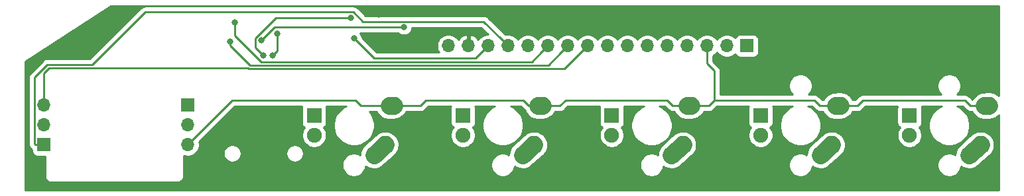
<source format=gbr>
G04 #@! TF.GenerationSoftware,KiCad,Pcbnew,(5.1.5)-3*
G04 #@! TF.CreationDate,2020-07-15T19:05:23-05:00*
G04 #@! TF.ProjectId,PikateaBSB,50696b61-7465-4614-9253-422e6b696361,rev?*
G04 #@! TF.SameCoordinates,Original*
G04 #@! TF.FileFunction,Copper,L2,Bot*
G04 #@! TF.FilePolarity,Positive*
%FSLAX46Y46*%
G04 Gerber Fmt 4.6, Leading zero omitted, Abs format (unit mm)*
G04 Created by KiCad (PCBNEW (5.1.5)-3) date 2020-07-15 19:05:23*
%MOMM*%
%LPD*%
G04 APERTURE LIST*
%ADD10R,1.905000X1.905000*%
%ADD11C,1.905000*%
%ADD12C,2.250000*%
%ADD13C,2.250000*%
%ADD14O,1.700000X1.700000*%
%ADD15R,1.700000X1.700000*%
%ADD16C,0.800000*%
%ADD17C,0.250000*%
%ADD18C,0.254000*%
G04 APERTURE END LIST*
D10*
X152320000Y-58330000D03*
D11*
X152320000Y-60870000D03*
D12*
X161400000Y-62100000D03*
D13*
X159940000Y-63410000D02*
X161400000Y-62099998D01*
D12*
X162480000Y-57060000D03*
D13*
X161900000Y-57100000D02*
X162480000Y-57060000D01*
D14*
X136200000Y-62080000D03*
X136200000Y-59540000D03*
D15*
X136200000Y-57000000D03*
D14*
X117800000Y-57000000D03*
X117800000Y-59540000D03*
D15*
X117800000Y-62080000D03*
D14*
X169460000Y-49400000D03*
X172000000Y-49400000D03*
X174540000Y-49400000D03*
X177080000Y-49400000D03*
X179620000Y-49400000D03*
X182160000Y-49400000D03*
X184700000Y-49400000D03*
X187240000Y-49400000D03*
X189780000Y-49400000D03*
X192320000Y-49400000D03*
X194860000Y-49400000D03*
X197400000Y-49400000D03*
X199940000Y-49400000D03*
X202480000Y-49400000D03*
X205020000Y-49400000D03*
D15*
X207560000Y-49400000D03*
D13*
X237900000Y-57100000D02*
X238480000Y-57060000D01*
D12*
X238480000Y-57060000D03*
D13*
X235940000Y-63410000D02*
X237400000Y-62099998D01*
D12*
X237400000Y-62100000D03*
D11*
X228320000Y-60870000D03*
D10*
X228320000Y-58330000D03*
X171320000Y-58330000D03*
D11*
X171320000Y-60870000D03*
D12*
X180400000Y-62100000D03*
D13*
X178940000Y-63410000D02*
X180400000Y-62099998D01*
D12*
X181480000Y-57060000D03*
D13*
X180900000Y-57100000D02*
X181480000Y-57060000D01*
D10*
X209320000Y-58330000D03*
D11*
X209320000Y-60870000D03*
D12*
X218400000Y-62100000D03*
D13*
X216940000Y-63410000D02*
X218400000Y-62099998D01*
D12*
X219480000Y-57060000D03*
D13*
X218900000Y-57100000D02*
X219480000Y-57060000D01*
D10*
X190320000Y-58330000D03*
D11*
X190320000Y-60870000D03*
D12*
X199400000Y-62100000D03*
D13*
X197940000Y-63410000D02*
X199400000Y-62099998D01*
D12*
X200480000Y-57060000D03*
D13*
X199900000Y-57100000D02*
X200480000Y-57060000D01*
D16*
X160600000Y-45400000D03*
X219200000Y-45400000D03*
X157000000Y-45800000D03*
X145800000Y-50600000D03*
X163800000Y-47000000D03*
X145602158Y-48675000D03*
X147600000Y-47800000D03*
X147000000Y-50600000D03*
X157400000Y-48400000D03*
X142200000Y-46400000D03*
X141618750Y-48818750D03*
D17*
X148600000Y-45800000D02*
X157000000Y-45800000D01*
X147400000Y-45800000D02*
X148600000Y-45800000D01*
X144800000Y-48400000D02*
X147400000Y-45800000D01*
X145800000Y-50600000D02*
X144800000Y-49600000D01*
X144800000Y-49600000D02*
X144800000Y-48400000D01*
X146077158Y-48200000D02*
X145602158Y-48675000D01*
X163800000Y-47000000D02*
X147277158Y-47000000D01*
X147277158Y-47000000D02*
X146077158Y-48200000D01*
X147600000Y-47800000D02*
X147600000Y-50000000D01*
X147600000Y-50000000D02*
X147000000Y-50600000D01*
X172940000Y-51000000D02*
X174540000Y-49400000D01*
X161800000Y-51000000D02*
X172940000Y-51000000D01*
X161800000Y-51000000D02*
X160000000Y-51000000D01*
X160000000Y-51000000D02*
X157400000Y-48400000D01*
X116700000Y-62080000D02*
X117800000Y-62080000D01*
X118268601Y-51800001D02*
X116624999Y-53443603D01*
X116624999Y-62004999D02*
X116700000Y-62080000D01*
X116624999Y-53443603D02*
X116624999Y-62004999D01*
X176230001Y-48550001D02*
X177080000Y-49400000D01*
X157348001Y-45074999D02*
X158548001Y-46274999D01*
X173954999Y-46274999D02*
X176230001Y-48550001D01*
X158548001Y-46274999D02*
X173954999Y-46274999D01*
X130725001Y-45074999D02*
X157348001Y-45074999D01*
X123999999Y-51800001D02*
X130725001Y-45074999D01*
X118268601Y-51800001D02*
X123999999Y-51800001D01*
X181310001Y-50249999D02*
X182160000Y-49400000D01*
X180109991Y-51450009D02*
X181310001Y-50249999D01*
X145577007Y-51450009D02*
X180109991Y-51450009D01*
X142200000Y-48073002D02*
X145577007Y-51450009D01*
X142200000Y-46400000D02*
X142200000Y-48073002D01*
X183850001Y-50249999D02*
X184700000Y-49400000D01*
X182199981Y-51900019D02*
X183850001Y-50249999D01*
X144134334Y-51900019D02*
X182199981Y-51900019D01*
X141618750Y-49384435D02*
X144134334Y-51900019D01*
X141618750Y-48818750D02*
X141618750Y-49384435D01*
X117800000Y-52905012D02*
X118455002Y-52250010D01*
X117800000Y-57000000D02*
X117800000Y-52905012D01*
X186390001Y-50249999D02*
X187240000Y-49400000D01*
X143947934Y-52350029D02*
X184289971Y-52350029D01*
X143847915Y-52250010D02*
X143947934Y-52350029D01*
X184289971Y-52350029D02*
X186390001Y-50249999D01*
X118455002Y-52250010D02*
X143847915Y-52250010D01*
X237900000Y-62100000D02*
X236735001Y-63264999D01*
X199900000Y-62100000D02*
X198735001Y-63264999D01*
X180900000Y-62100000D02*
X179735001Y-63264999D01*
X158291974Y-57060000D02*
X162480000Y-57060000D01*
X157631974Y-56400000D02*
X158291974Y-57060000D01*
X136200000Y-62080000D02*
X141880000Y-56400000D01*
X141880000Y-56400000D02*
X157631974Y-56400000D01*
X179660000Y-57060000D02*
X181480000Y-57060000D01*
X179000000Y-56400000D02*
X179660000Y-57060000D01*
X161900000Y-57100000D02*
X165900000Y-57100000D01*
X166600000Y-56400000D02*
X179000000Y-56400000D01*
X165900000Y-57100000D02*
X166600000Y-56400000D01*
X180900000Y-57100000D02*
X183700000Y-57100000D01*
X183700000Y-57100000D02*
X184400000Y-56400000D01*
X184400000Y-56400000D02*
X197400000Y-56400000D01*
X198060000Y-57060000D02*
X199860000Y-57060000D01*
X199860000Y-57060000D02*
X199900000Y-57100000D01*
X197400000Y-56400000D02*
X198060000Y-57060000D01*
X199900000Y-57100000D02*
X202700000Y-57100000D01*
X202700000Y-57100000D02*
X203400000Y-56400000D01*
X203400000Y-56400000D02*
X216200000Y-56400000D01*
X218860000Y-57060000D02*
X218900000Y-57100000D01*
X216860000Y-57060000D02*
X218860000Y-57060000D01*
X216200000Y-56400000D02*
X216860000Y-57060000D01*
X218900000Y-57100000D02*
X221700000Y-57100000D01*
X221700000Y-57100000D02*
X222400000Y-56400000D01*
X222400000Y-56400000D02*
X235400000Y-56400000D01*
X236060000Y-57060000D02*
X237860000Y-57060000D01*
X237860000Y-57060000D02*
X237900000Y-57100000D01*
X235400000Y-56400000D02*
X236060000Y-57060000D01*
X203400000Y-52600000D02*
X203400000Y-56400000D01*
X202480000Y-49400000D02*
X202480000Y-51680000D01*
X202480000Y-51680000D02*
X203400000Y-52600000D01*
D18*
G36*
X239740001Y-55830821D02*
G01*
X239641526Y-55726396D01*
X239620338Y-55711322D01*
X239601935Y-55692919D01*
X239479191Y-55610904D01*
X239359034Y-55525419D01*
X239335317Y-55514770D01*
X239313673Y-55500308D01*
X239177306Y-55443823D01*
X239042762Y-55383413D01*
X239017412Y-55377593D01*
X238993373Y-55367636D01*
X238848613Y-55338841D01*
X238704863Y-55305840D01*
X238678872Y-55305078D01*
X238653345Y-55300000D01*
X238505744Y-55300000D01*
X238445156Y-55298223D01*
X238419389Y-55300000D01*
X238306655Y-55300000D01*
X238246825Y-55311901D01*
X237692661Y-55350119D01*
X237436459Y-55393316D01*
X237112408Y-55516541D01*
X236818624Y-55700619D01*
X236566396Y-55938474D01*
X236365419Y-56220966D01*
X236343836Y-56269035D01*
X235963803Y-55889002D01*
X235940001Y-55859999D01*
X235824276Y-55765026D01*
X235692247Y-55694454D01*
X235548986Y-55650997D01*
X235437333Y-55640000D01*
X235437322Y-55640000D01*
X235400000Y-55636324D01*
X235362678Y-55640000D01*
X234415462Y-55640000D01*
X234572893Y-55482569D01*
X234738144Y-55235253D01*
X234851971Y-54960451D01*
X234910000Y-54668722D01*
X234910000Y-54371278D01*
X234851971Y-54079549D01*
X234738144Y-53804747D01*
X234572893Y-53557431D01*
X234362569Y-53347107D01*
X234115253Y-53181856D01*
X233840451Y-53068029D01*
X233548722Y-53010000D01*
X233251278Y-53010000D01*
X232959549Y-53068029D01*
X232684747Y-53181856D01*
X232437431Y-53347107D01*
X232227107Y-53557431D01*
X232061856Y-53804747D01*
X231948029Y-54079549D01*
X231890000Y-54371278D01*
X231890000Y-54668722D01*
X231948029Y-54960451D01*
X232061856Y-55235253D01*
X232227107Y-55482569D01*
X232384538Y-55640000D01*
X222437322Y-55640000D01*
X222399999Y-55636324D01*
X222362676Y-55640000D01*
X222362667Y-55640000D01*
X222251014Y-55650997D01*
X222107753Y-55694454D01*
X221975724Y-55765026D01*
X221975722Y-55765027D01*
X221975723Y-55765027D01*
X221888996Y-55836201D01*
X221888992Y-55836205D01*
X221859999Y-55859999D01*
X221836205Y-55888992D01*
X221385198Y-56340000D01*
X221089162Y-56340000D01*
X221063459Y-56272408D01*
X221049652Y-56250372D01*
X221039692Y-56226327D01*
X220957684Y-56103593D01*
X220879381Y-55978624D01*
X220861541Y-55959706D01*
X220847081Y-55938065D01*
X220742705Y-55833689D01*
X220641526Y-55726396D01*
X220620338Y-55711322D01*
X220601935Y-55692919D01*
X220479191Y-55610904D01*
X220359034Y-55525419D01*
X220335317Y-55514770D01*
X220313673Y-55500308D01*
X220177306Y-55443823D01*
X220042762Y-55383413D01*
X220017412Y-55377593D01*
X219993373Y-55367636D01*
X219848613Y-55338841D01*
X219704863Y-55305840D01*
X219678872Y-55305078D01*
X219653345Y-55300000D01*
X219505744Y-55300000D01*
X219445156Y-55298223D01*
X219419389Y-55300000D01*
X219306655Y-55300000D01*
X219246825Y-55311901D01*
X218692661Y-55350119D01*
X218436459Y-55393316D01*
X218112408Y-55516541D01*
X217818624Y-55700619D01*
X217566396Y-55938474D01*
X217365419Y-56220966D01*
X217329933Y-56300000D01*
X217174802Y-56300000D01*
X216763803Y-55889002D01*
X216740001Y-55859999D01*
X216624276Y-55765026D01*
X216492247Y-55694454D01*
X216348986Y-55650997D01*
X216237333Y-55640000D01*
X216237322Y-55640000D01*
X216200000Y-55636324D01*
X216162678Y-55640000D01*
X215415462Y-55640000D01*
X215572893Y-55482569D01*
X215738144Y-55235253D01*
X215851971Y-54960451D01*
X215910000Y-54668722D01*
X215910000Y-54371278D01*
X215851971Y-54079549D01*
X215738144Y-53804747D01*
X215572893Y-53557431D01*
X215362569Y-53347107D01*
X215115253Y-53181856D01*
X214840451Y-53068029D01*
X214548722Y-53010000D01*
X214251278Y-53010000D01*
X213959549Y-53068029D01*
X213684747Y-53181856D01*
X213437431Y-53347107D01*
X213227107Y-53557431D01*
X213061856Y-53804747D01*
X212948029Y-54079549D01*
X212890000Y-54371278D01*
X212890000Y-54668722D01*
X212948029Y-54960451D01*
X213061856Y-55235253D01*
X213227107Y-55482569D01*
X213384538Y-55640000D01*
X204160000Y-55640000D01*
X204160000Y-52637322D01*
X204163676Y-52599999D01*
X204160000Y-52562676D01*
X204160000Y-52562667D01*
X204149003Y-52451014D01*
X204105546Y-52307753D01*
X204034974Y-52175724D01*
X204005656Y-52140000D01*
X203963799Y-52088996D01*
X203963795Y-52088992D01*
X203940001Y-52059999D01*
X203911009Y-52036206D01*
X203240000Y-51365198D01*
X203240000Y-50678178D01*
X203426632Y-50553475D01*
X203633475Y-50346632D01*
X203750000Y-50172240D01*
X203866525Y-50346632D01*
X204073368Y-50553475D01*
X204316589Y-50715990D01*
X204586842Y-50827932D01*
X204873740Y-50885000D01*
X205166260Y-50885000D01*
X205453158Y-50827932D01*
X205723411Y-50715990D01*
X205966632Y-50553475D01*
X206098487Y-50421620D01*
X206120498Y-50494180D01*
X206179463Y-50604494D01*
X206258815Y-50701185D01*
X206355506Y-50780537D01*
X206465820Y-50839502D01*
X206585518Y-50875812D01*
X206710000Y-50888072D01*
X208410000Y-50888072D01*
X208534482Y-50875812D01*
X208654180Y-50839502D01*
X208764494Y-50780537D01*
X208861185Y-50701185D01*
X208940537Y-50604494D01*
X208999502Y-50494180D01*
X209035812Y-50374482D01*
X209048072Y-50250000D01*
X209048072Y-48550000D01*
X209035812Y-48425518D01*
X208999502Y-48305820D01*
X208940537Y-48195506D01*
X208861185Y-48098815D01*
X208764494Y-48019463D01*
X208654180Y-47960498D01*
X208534482Y-47924188D01*
X208410000Y-47911928D01*
X206710000Y-47911928D01*
X206585518Y-47924188D01*
X206465820Y-47960498D01*
X206355506Y-48019463D01*
X206258815Y-48098815D01*
X206179463Y-48195506D01*
X206120498Y-48305820D01*
X206098487Y-48378380D01*
X205966632Y-48246525D01*
X205723411Y-48084010D01*
X205453158Y-47972068D01*
X205166260Y-47915000D01*
X204873740Y-47915000D01*
X204586842Y-47972068D01*
X204316589Y-48084010D01*
X204073368Y-48246525D01*
X203866525Y-48453368D01*
X203750000Y-48627760D01*
X203633475Y-48453368D01*
X203426632Y-48246525D01*
X203183411Y-48084010D01*
X202913158Y-47972068D01*
X202626260Y-47915000D01*
X202333740Y-47915000D01*
X202046842Y-47972068D01*
X201776589Y-48084010D01*
X201533368Y-48246525D01*
X201326525Y-48453368D01*
X201210000Y-48627760D01*
X201093475Y-48453368D01*
X200886632Y-48246525D01*
X200643411Y-48084010D01*
X200373158Y-47972068D01*
X200086260Y-47915000D01*
X199793740Y-47915000D01*
X199506842Y-47972068D01*
X199236589Y-48084010D01*
X198993368Y-48246525D01*
X198786525Y-48453368D01*
X198670000Y-48627760D01*
X198553475Y-48453368D01*
X198346632Y-48246525D01*
X198103411Y-48084010D01*
X197833158Y-47972068D01*
X197546260Y-47915000D01*
X197253740Y-47915000D01*
X196966842Y-47972068D01*
X196696589Y-48084010D01*
X196453368Y-48246525D01*
X196246525Y-48453368D01*
X196130000Y-48627760D01*
X196013475Y-48453368D01*
X195806632Y-48246525D01*
X195563411Y-48084010D01*
X195293158Y-47972068D01*
X195006260Y-47915000D01*
X194713740Y-47915000D01*
X194426842Y-47972068D01*
X194156589Y-48084010D01*
X193913368Y-48246525D01*
X193706525Y-48453368D01*
X193590000Y-48627760D01*
X193473475Y-48453368D01*
X193266632Y-48246525D01*
X193023411Y-48084010D01*
X192753158Y-47972068D01*
X192466260Y-47915000D01*
X192173740Y-47915000D01*
X191886842Y-47972068D01*
X191616589Y-48084010D01*
X191373368Y-48246525D01*
X191166525Y-48453368D01*
X191050000Y-48627760D01*
X190933475Y-48453368D01*
X190726632Y-48246525D01*
X190483411Y-48084010D01*
X190213158Y-47972068D01*
X189926260Y-47915000D01*
X189633740Y-47915000D01*
X189346842Y-47972068D01*
X189076589Y-48084010D01*
X188833368Y-48246525D01*
X188626525Y-48453368D01*
X188510000Y-48627760D01*
X188393475Y-48453368D01*
X188186632Y-48246525D01*
X187943411Y-48084010D01*
X187673158Y-47972068D01*
X187386260Y-47915000D01*
X187093740Y-47915000D01*
X186806842Y-47972068D01*
X186536589Y-48084010D01*
X186293368Y-48246525D01*
X186086525Y-48453368D01*
X185970000Y-48627760D01*
X185853475Y-48453368D01*
X185646632Y-48246525D01*
X185403411Y-48084010D01*
X185133158Y-47972068D01*
X184846260Y-47915000D01*
X184553740Y-47915000D01*
X184266842Y-47972068D01*
X183996589Y-48084010D01*
X183753368Y-48246525D01*
X183546525Y-48453368D01*
X183430000Y-48627760D01*
X183313475Y-48453368D01*
X183106632Y-48246525D01*
X182863411Y-48084010D01*
X182593158Y-47972068D01*
X182306260Y-47915000D01*
X182013740Y-47915000D01*
X181726842Y-47972068D01*
X181456589Y-48084010D01*
X181213368Y-48246525D01*
X181006525Y-48453368D01*
X180890000Y-48627760D01*
X180773475Y-48453368D01*
X180566632Y-48246525D01*
X180323411Y-48084010D01*
X180053158Y-47972068D01*
X179766260Y-47915000D01*
X179473740Y-47915000D01*
X179186842Y-47972068D01*
X178916589Y-48084010D01*
X178673368Y-48246525D01*
X178466525Y-48453368D01*
X178350000Y-48627760D01*
X178233475Y-48453368D01*
X178026632Y-48246525D01*
X177783411Y-48084010D01*
X177513158Y-47972068D01*
X177226260Y-47915000D01*
X176933740Y-47915000D01*
X176713592Y-47958790D01*
X174518803Y-45764002D01*
X174495000Y-45734998D01*
X174379275Y-45640025D01*
X174247246Y-45569453D01*
X174103985Y-45525996D01*
X173992332Y-45514999D01*
X173992321Y-45514999D01*
X173954999Y-45511323D01*
X173917677Y-45514999D01*
X158862803Y-45514999D01*
X157911805Y-44564002D01*
X157888002Y-44534998D01*
X157772277Y-44440025D01*
X157640248Y-44369453D01*
X157496987Y-44325996D01*
X157385334Y-44314999D01*
X157385323Y-44314999D01*
X157348001Y-44311323D01*
X157310679Y-44314999D01*
X130762323Y-44314999D01*
X130725000Y-44311323D01*
X130687677Y-44314999D01*
X130687668Y-44314999D01*
X130576015Y-44325996D01*
X130432754Y-44369453D01*
X130300724Y-44440025D01*
X130217084Y-44508667D01*
X130185000Y-44534998D01*
X130161202Y-44563996D01*
X123685198Y-51040001D01*
X118305923Y-51040001D01*
X118268600Y-51036325D01*
X118231277Y-51040001D01*
X118231268Y-51040001D01*
X118119615Y-51050998D01*
X117976354Y-51094455D01*
X117844325Y-51165027D01*
X117728600Y-51260000D01*
X117704802Y-51288998D01*
X116114002Y-52879799D01*
X116084998Y-52903602D01*
X116042361Y-52955556D01*
X115990025Y-53019327D01*
X115919454Y-53151356D01*
X115919453Y-53151357D01*
X115875996Y-53294618D01*
X115864999Y-53406271D01*
X115864999Y-53406281D01*
X115861323Y-53443603D01*
X115864999Y-53480925D01*
X115865000Y-61967667D01*
X115861323Y-62004999D01*
X115875997Y-62153984D01*
X115919453Y-62297245D01*
X115990025Y-62429275D01*
X116058867Y-62513158D01*
X116084999Y-62545000D01*
X116113995Y-62568796D01*
X116136199Y-62591001D01*
X116159999Y-62620001D01*
X116275724Y-62714974D01*
X116311928Y-62734326D01*
X116311928Y-62930000D01*
X116324188Y-63054482D01*
X116360498Y-63174180D01*
X116419463Y-63284494D01*
X116498815Y-63381185D01*
X116595506Y-63460537D01*
X116705820Y-63519502D01*
X116825518Y-63555812D01*
X116950000Y-63568072D01*
X117940000Y-63568072D01*
X117940000Y-66167581D01*
X117936807Y-66200000D01*
X117949550Y-66329383D01*
X117987290Y-66453793D01*
X118048575Y-66568450D01*
X118131052Y-66668948D01*
X118231550Y-66751425D01*
X118346207Y-66812710D01*
X118470617Y-66850450D01*
X118600000Y-66863193D01*
X118632419Y-66860000D01*
X134967581Y-66860000D01*
X135000000Y-66863193D01*
X135032419Y-66860000D01*
X135129383Y-66850450D01*
X135253793Y-66812710D01*
X135368450Y-66751425D01*
X135468948Y-66668948D01*
X135551425Y-66568450D01*
X135612710Y-66453793D01*
X135650450Y-66329383D01*
X135663193Y-66200000D01*
X135660000Y-66167581D01*
X135660000Y-64531278D01*
X155890000Y-64531278D01*
X155890000Y-64828722D01*
X155948029Y-65120451D01*
X156061856Y-65395253D01*
X156227107Y-65642569D01*
X156437431Y-65852893D01*
X156684747Y-66018144D01*
X156959549Y-66131971D01*
X157251278Y-66190000D01*
X157548722Y-66190000D01*
X157840451Y-66131971D01*
X158115253Y-66018144D01*
X158362569Y-65852893D01*
X158572893Y-65642569D01*
X158738144Y-65395253D01*
X158851971Y-65120451D01*
X158907334Y-64842125D01*
X159175861Y-65004909D01*
X159501696Y-65123339D01*
X159844374Y-65175927D01*
X160190726Y-65160651D01*
X160527444Y-65078099D01*
X160841586Y-64931442D01*
X161051047Y-64777716D01*
X161325702Y-64531278D01*
X174890000Y-64531278D01*
X174890000Y-64828722D01*
X174948029Y-65120451D01*
X175061856Y-65395253D01*
X175227107Y-65642569D01*
X175437431Y-65852893D01*
X175684747Y-66018144D01*
X175959549Y-66131971D01*
X176251278Y-66190000D01*
X176548722Y-66190000D01*
X176840451Y-66131971D01*
X177115253Y-66018144D01*
X177362569Y-65852893D01*
X177572893Y-65642569D01*
X177738144Y-65395253D01*
X177851971Y-65120451D01*
X177907334Y-64842125D01*
X178175861Y-65004909D01*
X178501696Y-65123339D01*
X178844374Y-65175927D01*
X179190726Y-65160651D01*
X179527444Y-65078099D01*
X179841586Y-64931442D01*
X180051047Y-64777716D01*
X180325702Y-64531278D01*
X193890000Y-64531278D01*
X193890000Y-64828722D01*
X193948029Y-65120451D01*
X194061856Y-65395253D01*
X194227107Y-65642569D01*
X194437431Y-65852893D01*
X194684747Y-66018144D01*
X194959549Y-66131971D01*
X195251278Y-66190000D01*
X195548722Y-66190000D01*
X195840451Y-66131971D01*
X196115253Y-66018144D01*
X196362569Y-65852893D01*
X196572893Y-65642569D01*
X196738144Y-65395253D01*
X196851971Y-65120451D01*
X196907334Y-64842125D01*
X197175861Y-65004909D01*
X197501696Y-65123339D01*
X197844374Y-65175927D01*
X198190726Y-65160651D01*
X198527444Y-65078099D01*
X198841586Y-64931442D01*
X199051047Y-64777716D01*
X199325702Y-64531278D01*
X212890000Y-64531278D01*
X212890000Y-64828722D01*
X212948029Y-65120451D01*
X213061856Y-65395253D01*
X213227107Y-65642569D01*
X213437431Y-65852893D01*
X213684747Y-66018144D01*
X213959549Y-66131971D01*
X214251278Y-66190000D01*
X214548722Y-66190000D01*
X214840451Y-66131971D01*
X215115253Y-66018144D01*
X215362569Y-65852893D01*
X215572893Y-65642569D01*
X215738144Y-65395253D01*
X215851971Y-65120451D01*
X215907334Y-64842125D01*
X216175861Y-65004909D01*
X216501696Y-65123339D01*
X216844374Y-65175927D01*
X217190726Y-65160651D01*
X217527444Y-65078099D01*
X217841586Y-64931442D01*
X218051047Y-64777716D01*
X218325702Y-64531278D01*
X231890000Y-64531278D01*
X231890000Y-64828722D01*
X231948029Y-65120451D01*
X232061856Y-65395253D01*
X232227107Y-65642569D01*
X232437431Y-65852893D01*
X232684747Y-66018144D01*
X232959549Y-66131971D01*
X233251278Y-66190000D01*
X233548722Y-66190000D01*
X233840451Y-66131971D01*
X234115253Y-66018144D01*
X234362569Y-65852893D01*
X234572893Y-65642569D01*
X234738144Y-65395253D01*
X234851971Y-65120451D01*
X234907334Y-64842125D01*
X235175861Y-65004909D01*
X235501696Y-65123339D01*
X235844374Y-65175927D01*
X236190726Y-65160651D01*
X236527444Y-65078099D01*
X236841586Y-64931442D01*
X237051047Y-64777716D01*
X238482057Y-63493727D01*
X238521935Y-63467081D01*
X238610853Y-63378163D01*
X238639742Y-63352242D01*
X238671903Y-63317113D01*
X238767081Y-63221935D01*
X238788805Y-63189422D01*
X238815187Y-63160606D01*
X238884905Y-63045600D01*
X238959692Y-62933673D01*
X238974656Y-62897546D01*
X238994909Y-62864137D01*
X239040853Y-62737731D01*
X239092364Y-62613373D01*
X239099992Y-62575024D01*
X239113339Y-62538303D01*
X239133741Y-62405356D01*
X239160000Y-62273345D01*
X239160000Y-62234247D01*
X239165927Y-62195625D01*
X239160000Y-62061242D01*
X239160000Y-61926655D01*
X239152373Y-61888311D01*
X239150651Y-61849272D01*
X239118618Y-61718612D01*
X239092364Y-61586627D01*
X239077405Y-61550514D01*
X239068099Y-61512554D01*
X239011187Y-61390647D01*
X238959692Y-61266327D01*
X238937974Y-61233824D01*
X238921442Y-61198412D01*
X238841841Y-61089950D01*
X238767081Y-60978065D01*
X238739441Y-60950425D01*
X238716317Y-60918917D01*
X238617082Y-60828066D01*
X238521935Y-60732919D01*
X238489434Y-60711202D01*
X238460607Y-60684811D01*
X238345554Y-60615065D01*
X238233673Y-60540308D01*
X238197562Y-60525350D01*
X238164139Y-60505089D01*
X238037680Y-60459126D01*
X237913373Y-60407636D01*
X237875039Y-60400011D01*
X237838304Y-60386659D01*
X237705309Y-60366249D01*
X237573345Y-60340000D01*
X237534261Y-60340000D01*
X237495626Y-60334071D01*
X237361198Y-60340000D01*
X237226655Y-60340000D01*
X237188323Y-60347625D01*
X237149273Y-60349347D01*
X237018574Y-60381390D01*
X236886627Y-60407636D01*
X236850524Y-60422590D01*
X236812555Y-60431899D01*
X236690618Y-60488825D01*
X236566327Y-60540308D01*
X236533831Y-60562021D01*
X236498413Y-60578556D01*
X236389930Y-60658173D01*
X236278065Y-60732919D01*
X236189184Y-60821800D01*
X234700258Y-62157757D01*
X234524813Y-62349393D01*
X234345091Y-62645861D01*
X234226661Y-62971696D01*
X234174073Y-63314374D01*
X234177108Y-63383186D01*
X234115253Y-63341856D01*
X233840451Y-63228029D01*
X233548722Y-63170000D01*
X233251278Y-63170000D01*
X232959549Y-63228029D01*
X232684747Y-63341856D01*
X232437431Y-63507107D01*
X232227107Y-63717431D01*
X232061856Y-63964747D01*
X231948029Y-64239549D01*
X231890000Y-64531278D01*
X218325702Y-64531278D01*
X219482057Y-63493727D01*
X219521935Y-63467081D01*
X219610853Y-63378163D01*
X219639742Y-63352242D01*
X219671903Y-63317113D01*
X219767081Y-63221935D01*
X219788805Y-63189422D01*
X219815187Y-63160606D01*
X219884905Y-63045600D01*
X219959692Y-62933673D01*
X219974656Y-62897546D01*
X219994909Y-62864137D01*
X220040853Y-62737731D01*
X220092364Y-62613373D01*
X220099992Y-62575024D01*
X220113339Y-62538303D01*
X220133741Y-62405356D01*
X220160000Y-62273345D01*
X220160000Y-62234247D01*
X220165927Y-62195625D01*
X220160000Y-62061242D01*
X220160000Y-61926655D01*
X220152373Y-61888311D01*
X220150651Y-61849272D01*
X220118618Y-61718612D01*
X220092364Y-61586627D01*
X220077405Y-61550514D01*
X220068099Y-61512554D01*
X220011187Y-61390647D01*
X219959692Y-61266327D01*
X219937974Y-61233824D01*
X219921442Y-61198412D01*
X219841841Y-61089950D01*
X219767081Y-60978065D01*
X219739441Y-60950425D01*
X219716317Y-60918917D01*
X219617082Y-60828066D01*
X219521935Y-60732919D01*
X219489434Y-60711202D01*
X219460607Y-60684811D01*
X219345554Y-60615065D01*
X219233673Y-60540308D01*
X219197562Y-60525350D01*
X219164139Y-60505089D01*
X219037680Y-60459126D01*
X218913373Y-60407636D01*
X218875039Y-60400011D01*
X218838304Y-60386659D01*
X218705309Y-60366249D01*
X218573345Y-60340000D01*
X218534261Y-60340000D01*
X218495626Y-60334071D01*
X218361198Y-60340000D01*
X218226655Y-60340000D01*
X218188323Y-60347625D01*
X218149273Y-60349347D01*
X218018574Y-60381390D01*
X217886627Y-60407636D01*
X217850524Y-60422590D01*
X217812555Y-60431899D01*
X217690618Y-60488825D01*
X217566327Y-60540308D01*
X217533831Y-60562021D01*
X217498413Y-60578556D01*
X217389930Y-60658173D01*
X217278065Y-60732919D01*
X217189184Y-60821800D01*
X215700258Y-62157757D01*
X215524813Y-62349393D01*
X215345091Y-62645861D01*
X215226661Y-62971696D01*
X215174073Y-63314374D01*
X215177108Y-63383186D01*
X215115253Y-63341856D01*
X214840451Y-63228029D01*
X214548722Y-63170000D01*
X214251278Y-63170000D01*
X213959549Y-63228029D01*
X213684747Y-63341856D01*
X213437431Y-63507107D01*
X213227107Y-63717431D01*
X213061856Y-63964747D01*
X212948029Y-64239549D01*
X212890000Y-64531278D01*
X199325702Y-64531278D01*
X200482057Y-63493727D01*
X200521935Y-63467081D01*
X200610853Y-63378163D01*
X200639742Y-63352242D01*
X200671903Y-63317113D01*
X200767081Y-63221935D01*
X200788805Y-63189422D01*
X200815187Y-63160606D01*
X200884905Y-63045600D01*
X200959692Y-62933673D01*
X200974656Y-62897546D01*
X200994909Y-62864137D01*
X201040853Y-62737731D01*
X201092364Y-62613373D01*
X201099992Y-62575024D01*
X201113339Y-62538303D01*
X201133741Y-62405356D01*
X201160000Y-62273345D01*
X201160000Y-62234247D01*
X201165927Y-62195625D01*
X201160000Y-62061242D01*
X201160000Y-61926655D01*
X201152373Y-61888311D01*
X201150651Y-61849272D01*
X201118618Y-61718612D01*
X201092364Y-61586627D01*
X201077405Y-61550514D01*
X201068099Y-61512554D01*
X201011187Y-61390647D01*
X200959692Y-61266327D01*
X200937974Y-61233824D01*
X200921442Y-61198412D01*
X200841841Y-61089950D01*
X200767081Y-60978065D01*
X200739441Y-60950425D01*
X200716317Y-60918917D01*
X200617082Y-60828066D01*
X200521935Y-60732919D01*
X200489434Y-60711202D01*
X200460607Y-60684811D01*
X200345554Y-60615065D01*
X200233673Y-60540308D01*
X200197562Y-60525350D01*
X200164139Y-60505089D01*
X200037680Y-60459126D01*
X199913373Y-60407636D01*
X199875039Y-60400011D01*
X199838304Y-60386659D01*
X199705309Y-60366249D01*
X199573345Y-60340000D01*
X199534261Y-60340000D01*
X199495626Y-60334071D01*
X199361198Y-60340000D01*
X199226655Y-60340000D01*
X199188323Y-60347625D01*
X199149273Y-60349347D01*
X199018574Y-60381390D01*
X198886627Y-60407636D01*
X198850524Y-60422590D01*
X198812555Y-60431899D01*
X198690618Y-60488825D01*
X198566327Y-60540308D01*
X198533831Y-60562021D01*
X198498413Y-60578556D01*
X198389930Y-60658173D01*
X198278065Y-60732919D01*
X198189184Y-60821800D01*
X196700258Y-62157757D01*
X196524813Y-62349393D01*
X196345091Y-62645861D01*
X196226661Y-62971696D01*
X196174073Y-63314374D01*
X196177108Y-63383186D01*
X196115253Y-63341856D01*
X195840451Y-63228029D01*
X195548722Y-63170000D01*
X195251278Y-63170000D01*
X194959549Y-63228029D01*
X194684747Y-63341856D01*
X194437431Y-63507107D01*
X194227107Y-63717431D01*
X194061856Y-63964747D01*
X193948029Y-64239549D01*
X193890000Y-64531278D01*
X180325702Y-64531278D01*
X181482057Y-63493727D01*
X181521935Y-63467081D01*
X181610853Y-63378163D01*
X181639742Y-63352242D01*
X181671903Y-63317113D01*
X181767081Y-63221935D01*
X181788805Y-63189422D01*
X181815187Y-63160606D01*
X181884905Y-63045600D01*
X181959692Y-62933673D01*
X181974656Y-62897546D01*
X181994909Y-62864137D01*
X182040853Y-62737731D01*
X182092364Y-62613373D01*
X182099992Y-62575024D01*
X182113339Y-62538303D01*
X182133741Y-62405356D01*
X182160000Y-62273345D01*
X182160000Y-62234247D01*
X182165927Y-62195625D01*
X182160000Y-62061242D01*
X182160000Y-61926655D01*
X182152373Y-61888311D01*
X182150651Y-61849272D01*
X182118618Y-61718612D01*
X182092364Y-61586627D01*
X182077405Y-61550514D01*
X182068099Y-61512554D01*
X182011187Y-61390647D01*
X181959692Y-61266327D01*
X181937974Y-61233824D01*
X181921442Y-61198412D01*
X181841841Y-61089950D01*
X181767081Y-60978065D01*
X181739441Y-60950425D01*
X181716317Y-60918917D01*
X181617082Y-60828066D01*
X181521935Y-60732919D01*
X181489434Y-60711202D01*
X181460607Y-60684811D01*
X181345554Y-60615065D01*
X181233673Y-60540308D01*
X181197562Y-60525350D01*
X181164139Y-60505089D01*
X181037680Y-60459126D01*
X180913373Y-60407636D01*
X180875039Y-60400011D01*
X180838304Y-60386659D01*
X180705309Y-60366249D01*
X180573345Y-60340000D01*
X180534261Y-60340000D01*
X180495626Y-60334071D01*
X180361198Y-60340000D01*
X180226655Y-60340000D01*
X180188323Y-60347625D01*
X180149273Y-60349347D01*
X180018574Y-60381390D01*
X179886627Y-60407636D01*
X179850524Y-60422590D01*
X179812555Y-60431899D01*
X179690618Y-60488825D01*
X179566327Y-60540308D01*
X179533831Y-60562021D01*
X179498413Y-60578556D01*
X179389930Y-60658173D01*
X179278065Y-60732919D01*
X179189184Y-60821800D01*
X177700258Y-62157757D01*
X177524813Y-62349393D01*
X177345091Y-62645861D01*
X177226661Y-62971696D01*
X177174073Y-63314374D01*
X177177108Y-63383186D01*
X177115253Y-63341856D01*
X176840451Y-63228029D01*
X176548722Y-63170000D01*
X176251278Y-63170000D01*
X175959549Y-63228029D01*
X175684747Y-63341856D01*
X175437431Y-63507107D01*
X175227107Y-63717431D01*
X175061856Y-63964747D01*
X174948029Y-64239549D01*
X174890000Y-64531278D01*
X161325702Y-64531278D01*
X162482057Y-63493727D01*
X162521935Y-63467081D01*
X162610853Y-63378163D01*
X162639742Y-63352242D01*
X162671903Y-63317113D01*
X162767081Y-63221935D01*
X162788805Y-63189422D01*
X162815187Y-63160606D01*
X162884905Y-63045600D01*
X162959692Y-62933673D01*
X162974656Y-62897546D01*
X162994909Y-62864137D01*
X163040853Y-62737731D01*
X163092364Y-62613373D01*
X163099992Y-62575024D01*
X163113339Y-62538303D01*
X163133741Y-62405356D01*
X163160000Y-62273345D01*
X163160000Y-62234247D01*
X163165927Y-62195625D01*
X163160000Y-62061242D01*
X163160000Y-61926655D01*
X163152373Y-61888311D01*
X163150651Y-61849272D01*
X163118618Y-61718612D01*
X163092364Y-61586627D01*
X163077405Y-61550514D01*
X163068099Y-61512554D01*
X163011187Y-61390647D01*
X162959692Y-61266327D01*
X162937974Y-61233824D01*
X162921442Y-61198412D01*
X162841841Y-61089950D01*
X162767081Y-60978065D01*
X162739441Y-60950425D01*
X162716317Y-60918917D01*
X162617082Y-60828066D01*
X162521935Y-60732919D01*
X162489434Y-60711202D01*
X162460607Y-60684811D01*
X162345554Y-60615065D01*
X162233673Y-60540308D01*
X162197562Y-60525350D01*
X162164139Y-60505089D01*
X162037680Y-60459126D01*
X161913373Y-60407636D01*
X161875039Y-60400011D01*
X161838304Y-60386659D01*
X161705309Y-60366249D01*
X161573345Y-60340000D01*
X161534261Y-60340000D01*
X161495626Y-60334071D01*
X161361198Y-60340000D01*
X161226655Y-60340000D01*
X161188323Y-60347625D01*
X161149273Y-60349347D01*
X161018574Y-60381390D01*
X160886627Y-60407636D01*
X160850524Y-60422590D01*
X160812555Y-60431899D01*
X160690618Y-60488825D01*
X160566327Y-60540308D01*
X160533831Y-60562021D01*
X160498413Y-60578556D01*
X160389930Y-60658173D01*
X160278065Y-60732919D01*
X160189184Y-60821800D01*
X158700258Y-62157757D01*
X158524813Y-62349393D01*
X158345091Y-62645861D01*
X158226661Y-62971696D01*
X158174073Y-63314374D01*
X158177108Y-63383186D01*
X158115253Y-63341856D01*
X157840451Y-63228029D01*
X157548722Y-63170000D01*
X157251278Y-63170000D01*
X156959549Y-63228029D01*
X156684747Y-63341856D01*
X156437431Y-63507107D01*
X156227107Y-63717431D01*
X156061856Y-63964747D01*
X155948029Y-64239549D01*
X155890000Y-64531278D01*
X135660000Y-64531278D01*
X135660000Y-63463677D01*
X135766842Y-63507932D01*
X136053740Y-63565000D01*
X136346260Y-63565000D01*
X136633158Y-63507932D01*
X136903411Y-63395990D01*
X137146632Y-63233475D01*
X137291895Y-63088212D01*
X140735000Y-63088212D01*
X140735000Y-63311788D01*
X140778617Y-63531067D01*
X140864176Y-63737624D01*
X140988388Y-63923520D01*
X141146480Y-64081612D01*
X141332376Y-64205824D01*
X141538933Y-64291383D01*
X141758212Y-64335000D01*
X141981788Y-64335000D01*
X142201067Y-64291383D01*
X142407624Y-64205824D01*
X142593520Y-64081612D01*
X142751612Y-63923520D01*
X142875824Y-63737624D01*
X142961383Y-63531067D01*
X143005000Y-63311788D01*
X143005000Y-63088212D01*
X148715000Y-63088212D01*
X148715000Y-63311788D01*
X148758617Y-63531067D01*
X148844176Y-63737624D01*
X148968388Y-63923520D01*
X149126480Y-64081612D01*
X149312376Y-64205824D01*
X149518933Y-64291383D01*
X149738212Y-64335000D01*
X149961788Y-64335000D01*
X150181067Y-64291383D01*
X150387624Y-64205824D01*
X150573520Y-64081612D01*
X150731612Y-63923520D01*
X150855824Y-63737624D01*
X150941383Y-63531067D01*
X150985000Y-63311788D01*
X150985000Y-63088212D01*
X150941383Y-62868933D01*
X150855824Y-62662376D01*
X150731612Y-62476480D01*
X150573520Y-62318388D01*
X150387624Y-62194176D01*
X150181067Y-62108617D01*
X149961788Y-62065000D01*
X149738212Y-62065000D01*
X149518933Y-62108617D01*
X149312376Y-62194176D01*
X149126480Y-62318388D01*
X148968388Y-62476480D01*
X148844176Y-62662376D01*
X148758617Y-62868933D01*
X148715000Y-63088212D01*
X143005000Y-63088212D01*
X142961383Y-62868933D01*
X142875824Y-62662376D01*
X142751612Y-62476480D01*
X142593520Y-62318388D01*
X142407624Y-62194176D01*
X142201067Y-62108617D01*
X141981788Y-62065000D01*
X141758212Y-62065000D01*
X141538933Y-62108617D01*
X141332376Y-62194176D01*
X141146480Y-62318388D01*
X140988388Y-62476480D01*
X140864176Y-62662376D01*
X140778617Y-62868933D01*
X140735000Y-63088212D01*
X137291895Y-63088212D01*
X137353475Y-63026632D01*
X137515990Y-62783411D01*
X137627932Y-62513158D01*
X137685000Y-62226260D01*
X137685000Y-61933740D01*
X137641209Y-61713592D01*
X142194802Y-57160000D01*
X150769905Y-57160000D01*
X150741688Y-57253018D01*
X150729428Y-57377500D01*
X150729428Y-59282500D01*
X150741688Y-59406982D01*
X150777998Y-59526680D01*
X150836963Y-59636994D01*
X150916315Y-59733685D01*
X151013006Y-59813037D01*
X151090485Y-59854451D01*
X151086908Y-59858028D01*
X150913176Y-60118037D01*
X150793507Y-60406943D01*
X150732500Y-60713645D01*
X150732500Y-61026355D01*
X150793507Y-61333057D01*
X150913176Y-61621963D01*
X151086908Y-61881972D01*
X151308028Y-62103092D01*
X151568037Y-62276824D01*
X151856943Y-62396493D01*
X152163645Y-62457500D01*
X152476355Y-62457500D01*
X152783057Y-62396493D01*
X153071963Y-62276824D01*
X153331972Y-62103092D01*
X153553092Y-61881972D01*
X153726824Y-61621963D01*
X153846493Y-61333057D01*
X153907500Y-61026355D01*
X153907500Y-60713645D01*
X153846493Y-60406943D01*
X153726824Y-60118037D01*
X153553092Y-59858028D01*
X153549515Y-59854451D01*
X153626994Y-59813037D01*
X153723685Y-59733685D01*
X153803037Y-59636994D01*
X153862002Y-59526680D01*
X153898312Y-59406982D01*
X153910572Y-59282500D01*
X153910572Y-57377500D01*
X153898312Y-57253018D01*
X153870095Y-57160000D01*
X156421034Y-57160000D01*
X156154749Y-57270299D01*
X155724174Y-57558000D01*
X155358000Y-57924174D01*
X155070299Y-58354749D01*
X154872127Y-58833178D01*
X154771100Y-59341076D01*
X154771100Y-59858924D01*
X154872127Y-60366822D01*
X155070299Y-60845251D01*
X155358000Y-61275826D01*
X155724174Y-61642000D01*
X156154749Y-61929701D01*
X156633178Y-62127873D01*
X157141076Y-62228900D01*
X157658924Y-62228900D01*
X158166822Y-62127873D01*
X158645251Y-61929701D01*
X159075826Y-61642000D01*
X159442000Y-61275826D01*
X159729701Y-60845251D01*
X159927873Y-60366822D01*
X160028900Y-59858924D01*
X160028900Y-59341076D01*
X159927873Y-58833178D01*
X159729701Y-58354749D01*
X159442000Y-57924174D01*
X159337826Y-57820000D01*
X160290838Y-57820000D01*
X160316541Y-57887592D01*
X160500619Y-58181376D01*
X160738474Y-58433604D01*
X161020966Y-58634581D01*
X161337239Y-58776587D01*
X161675138Y-58854160D01*
X161934843Y-58861777D01*
X162540614Y-58820000D01*
X162653345Y-58820000D01*
X162798102Y-58791206D01*
X162943542Y-58766684D01*
X162967848Y-58757441D01*
X162993373Y-58752364D01*
X163129736Y-58695881D01*
X163267592Y-58643459D01*
X163289628Y-58629652D01*
X163313673Y-58619692D01*
X163436398Y-58537690D01*
X163561377Y-58459381D01*
X163580297Y-58441539D01*
X163601935Y-58427081D01*
X163706304Y-58322712D01*
X163813604Y-58221526D01*
X163828678Y-58200338D01*
X163847081Y-58181935D01*
X163929087Y-58059204D01*
X164014582Y-57939034D01*
X164025233Y-57915313D01*
X164039692Y-57893673D01*
X164053640Y-57860000D01*
X165862678Y-57860000D01*
X165900000Y-57863676D01*
X165937322Y-57860000D01*
X165937333Y-57860000D01*
X166048986Y-57849003D01*
X166192247Y-57805546D01*
X166324276Y-57734974D01*
X166440001Y-57640001D01*
X166463803Y-57610998D01*
X166914802Y-57160000D01*
X169769905Y-57160000D01*
X169741688Y-57253018D01*
X169729428Y-57377500D01*
X169729428Y-59282500D01*
X169741688Y-59406982D01*
X169777998Y-59526680D01*
X169836963Y-59636994D01*
X169916315Y-59733685D01*
X170013006Y-59813037D01*
X170090485Y-59854451D01*
X170086908Y-59858028D01*
X169913176Y-60118037D01*
X169793507Y-60406943D01*
X169732500Y-60713645D01*
X169732500Y-61026355D01*
X169793507Y-61333057D01*
X169913176Y-61621963D01*
X170086908Y-61881972D01*
X170308028Y-62103092D01*
X170568037Y-62276824D01*
X170856943Y-62396493D01*
X171163645Y-62457500D01*
X171476355Y-62457500D01*
X171783057Y-62396493D01*
X172071963Y-62276824D01*
X172331972Y-62103092D01*
X172553092Y-61881972D01*
X172726824Y-61621963D01*
X172846493Y-61333057D01*
X172907500Y-61026355D01*
X172907500Y-60713645D01*
X172846493Y-60406943D01*
X172726824Y-60118037D01*
X172553092Y-59858028D01*
X172549515Y-59854451D01*
X172626994Y-59813037D01*
X172723685Y-59733685D01*
X172803037Y-59636994D01*
X172862002Y-59526680D01*
X172898312Y-59406982D01*
X172910572Y-59282500D01*
X172910572Y-57377500D01*
X172898312Y-57253018D01*
X172870095Y-57160000D01*
X175421034Y-57160000D01*
X175154749Y-57270299D01*
X174724174Y-57558000D01*
X174358000Y-57924174D01*
X174070299Y-58354749D01*
X173872127Y-58833178D01*
X173771100Y-59341076D01*
X173771100Y-59858924D01*
X173872127Y-60366822D01*
X174070299Y-60845251D01*
X174358000Y-61275826D01*
X174724174Y-61642000D01*
X175154749Y-61929701D01*
X175633178Y-62127873D01*
X176141076Y-62228900D01*
X176658924Y-62228900D01*
X177166822Y-62127873D01*
X177645251Y-61929701D01*
X178075826Y-61642000D01*
X178442000Y-61275826D01*
X178729701Y-60845251D01*
X178927873Y-60366822D01*
X179028900Y-59858924D01*
X179028900Y-59341076D01*
X178927873Y-58833178D01*
X178729701Y-58354749D01*
X178442000Y-57924174D01*
X178075826Y-57558000D01*
X177645251Y-57270299D01*
X177378966Y-57160000D01*
X178685199Y-57160000D01*
X179096200Y-57571002D01*
X179119999Y-57600001D01*
X179148997Y-57623799D01*
X179235723Y-57694974D01*
X179245227Y-57700054D01*
X179316541Y-57887592D01*
X179500619Y-58181376D01*
X179738474Y-58433604D01*
X180020966Y-58634581D01*
X180337239Y-58776587D01*
X180675138Y-58854160D01*
X180934843Y-58861777D01*
X181540614Y-58820000D01*
X181653345Y-58820000D01*
X181798102Y-58791206D01*
X181943542Y-58766684D01*
X181967848Y-58757441D01*
X181993373Y-58752364D01*
X182129736Y-58695881D01*
X182267592Y-58643459D01*
X182289628Y-58629652D01*
X182313673Y-58619692D01*
X182436398Y-58537690D01*
X182561377Y-58459381D01*
X182580297Y-58441539D01*
X182601935Y-58427081D01*
X182706304Y-58322712D01*
X182813604Y-58221526D01*
X182828678Y-58200338D01*
X182847081Y-58181935D01*
X182929087Y-58059204D01*
X183014582Y-57939034D01*
X183025233Y-57915313D01*
X183039692Y-57893673D01*
X183053640Y-57860000D01*
X183662678Y-57860000D01*
X183700000Y-57863676D01*
X183737322Y-57860000D01*
X183737333Y-57860000D01*
X183848986Y-57849003D01*
X183992247Y-57805546D01*
X184124276Y-57734974D01*
X184240001Y-57640001D01*
X184263803Y-57610998D01*
X184714802Y-57160000D01*
X188769905Y-57160000D01*
X188741688Y-57253018D01*
X188729428Y-57377500D01*
X188729428Y-59282500D01*
X188741688Y-59406982D01*
X188777998Y-59526680D01*
X188836963Y-59636994D01*
X188916315Y-59733685D01*
X189013006Y-59813037D01*
X189090485Y-59854451D01*
X189086908Y-59858028D01*
X188913176Y-60118037D01*
X188793507Y-60406943D01*
X188732500Y-60713645D01*
X188732500Y-61026355D01*
X188793507Y-61333057D01*
X188913176Y-61621963D01*
X189086908Y-61881972D01*
X189308028Y-62103092D01*
X189568037Y-62276824D01*
X189856943Y-62396493D01*
X190163645Y-62457500D01*
X190476355Y-62457500D01*
X190783057Y-62396493D01*
X191071963Y-62276824D01*
X191331972Y-62103092D01*
X191553092Y-61881972D01*
X191726824Y-61621963D01*
X191846493Y-61333057D01*
X191907500Y-61026355D01*
X191907500Y-60713645D01*
X191846493Y-60406943D01*
X191726824Y-60118037D01*
X191553092Y-59858028D01*
X191549515Y-59854451D01*
X191626994Y-59813037D01*
X191723685Y-59733685D01*
X191803037Y-59636994D01*
X191862002Y-59526680D01*
X191898312Y-59406982D01*
X191910572Y-59282500D01*
X191910572Y-57377500D01*
X191898312Y-57253018D01*
X191870095Y-57160000D01*
X194421034Y-57160000D01*
X194154749Y-57270299D01*
X193724174Y-57558000D01*
X193358000Y-57924174D01*
X193070299Y-58354749D01*
X192872127Y-58833178D01*
X192771100Y-59341076D01*
X192771100Y-59858924D01*
X192872127Y-60366822D01*
X193070299Y-60845251D01*
X193358000Y-61275826D01*
X193724174Y-61642000D01*
X194154749Y-61929701D01*
X194633178Y-62127873D01*
X195141076Y-62228900D01*
X195658924Y-62228900D01*
X196166822Y-62127873D01*
X196645251Y-61929701D01*
X197075826Y-61642000D01*
X197442000Y-61275826D01*
X197729701Y-60845251D01*
X197927873Y-60366822D01*
X198028900Y-59858924D01*
X198028900Y-59341076D01*
X197927873Y-58833178D01*
X197729701Y-58354749D01*
X197442000Y-57924174D01*
X197075826Y-57558000D01*
X196645251Y-57270299D01*
X196378966Y-57160000D01*
X197085199Y-57160000D01*
X197496200Y-57571002D01*
X197519999Y-57600001D01*
X197548997Y-57623799D01*
X197635723Y-57694974D01*
X197764256Y-57763677D01*
X197767753Y-57765546D01*
X197911014Y-57809003D01*
X198022667Y-57820000D01*
X198022677Y-57820000D01*
X198060000Y-57823676D01*
X198097323Y-57820000D01*
X198290838Y-57820000D01*
X198316541Y-57887592D01*
X198500619Y-58181376D01*
X198738474Y-58433604D01*
X199020966Y-58634581D01*
X199337239Y-58776587D01*
X199675138Y-58854160D01*
X199934843Y-58861777D01*
X200540614Y-58820000D01*
X200653345Y-58820000D01*
X200798102Y-58791206D01*
X200943542Y-58766684D01*
X200967848Y-58757441D01*
X200993373Y-58752364D01*
X201129736Y-58695881D01*
X201267592Y-58643459D01*
X201289628Y-58629652D01*
X201313673Y-58619692D01*
X201436398Y-58537690D01*
X201561377Y-58459381D01*
X201580297Y-58441539D01*
X201601935Y-58427081D01*
X201706304Y-58322712D01*
X201813604Y-58221526D01*
X201828678Y-58200338D01*
X201847081Y-58181935D01*
X201929087Y-58059204D01*
X202014582Y-57939034D01*
X202025233Y-57915313D01*
X202039692Y-57893673D01*
X202053640Y-57860000D01*
X202662678Y-57860000D01*
X202700000Y-57863676D01*
X202737322Y-57860000D01*
X202737333Y-57860000D01*
X202848986Y-57849003D01*
X202992247Y-57805546D01*
X203124276Y-57734974D01*
X203240001Y-57640001D01*
X203263803Y-57610998D01*
X203714802Y-57160000D01*
X207769905Y-57160000D01*
X207741688Y-57253018D01*
X207729428Y-57377500D01*
X207729428Y-59282500D01*
X207741688Y-59406982D01*
X207777998Y-59526680D01*
X207836963Y-59636994D01*
X207916315Y-59733685D01*
X208013006Y-59813037D01*
X208090485Y-59854451D01*
X208086908Y-59858028D01*
X207913176Y-60118037D01*
X207793507Y-60406943D01*
X207732500Y-60713645D01*
X207732500Y-61026355D01*
X207793507Y-61333057D01*
X207913176Y-61621963D01*
X208086908Y-61881972D01*
X208308028Y-62103092D01*
X208568037Y-62276824D01*
X208856943Y-62396493D01*
X209163645Y-62457500D01*
X209476355Y-62457500D01*
X209783057Y-62396493D01*
X210071963Y-62276824D01*
X210331972Y-62103092D01*
X210553092Y-61881972D01*
X210726824Y-61621963D01*
X210846493Y-61333057D01*
X210907500Y-61026355D01*
X210907500Y-60713645D01*
X210846493Y-60406943D01*
X210726824Y-60118037D01*
X210553092Y-59858028D01*
X210549515Y-59854451D01*
X210626994Y-59813037D01*
X210723685Y-59733685D01*
X210803037Y-59636994D01*
X210862002Y-59526680D01*
X210898312Y-59406982D01*
X210910572Y-59282500D01*
X210910572Y-57377500D01*
X210898312Y-57253018D01*
X210870095Y-57160000D01*
X213421034Y-57160000D01*
X213154749Y-57270299D01*
X212724174Y-57558000D01*
X212358000Y-57924174D01*
X212070299Y-58354749D01*
X211872127Y-58833178D01*
X211771100Y-59341076D01*
X211771100Y-59858924D01*
X211872127Y-60366822D01*
X212070299Y-60845251D01*
X212358000Y-61275826D01*
X212724174Y-61642000D01*
X213154749Y-61929701D01*
X213633178Y-62127873D01*
X214141076Y-62228900D01*
X214658924Y-62228900D01*
X215166822Y-62127873D01*
X215645251Y-61929701D01*
X216075826Y-61642000D01*
X216442000Y-61275826D01*
X216729701Y-60845251D01*
X216927873Y-60366822D01*
X217028900Y-59858924D01*
X217028900Y-59341076D01*
X216927873Y-58833178D01*
X216729701Y-58354749D01*
X216442000Y-57924174D01*
X216075826Y-57558000D01*
X215645251Y-57270299D01*
X215378966Y-57160000D01*
X215885199Y-57160000D01*
X216296200Y-57571002D01*
X216319999Y-57600001D01*
X216348997Y-57623799D01*
X216435723Y-57694974D01*
X216564256Y-57763677D01*
X216567753Y-57765546D01*
X216711014Y-57809003D01*
X216822667Y-57820000D01*
X216822677Y-57820000D01*
X216860000Y-57823676D01*
X216897323Y-57820000D01*
X217290838Y-57820000D01*
X217316541Y-57887592D01*
X217500619Y-58181376D01*
X217738474Y-58433604D01*
X218020966Y-58634581D01*
X218337239Y-58776587D01*
X218675138Y-58854160D01*
X218934843Y-58861777D01*
X219540614Y-58820000D01*
X219653345Y-58820000D01*
X219798102Y-58791206D01*
X219943542Y-58766684D01*
X219967848Y-58757441D01*
X219993373Y-58752364D01*
X220129736Y-58695881D01*
X220267592Y-58643459D01*
X220289628Y-58629652D01*
X220313673Y-58619692D01*
X220436398Y-58537690D01*
X220561377Y-58459381D01*
X220580297Y-58441539D01*
X220601935Y-58427081D01*
X220706304Y-58322712D01*
X220813604Y-58221526D01*
X220828678Y-58200338D01*
X220847081Y-58181935D01*
X220929087Y-58059204D01*
X221014582Y-57939034D01*
X221025233Y-57915313D01*
X221039692Y-57893673D01*
X221053640Y-57860000D01*
X221662678Y-57860000D01*
X221700000Y-57863676D01*
X221737322Y-57860000D01*
X221737333Y-57860000D01*
X221848986Y-57849003D01*
X221992247Y-57805546D01*
X222124276Y-57734974D01*
X222240001Y-57640001D01*
X222263803Y-57610998D01*
X222714802Y-57160000D01*
X226769905Y-57160000D01*
X226741688Y-57253018D01*
X226729428Y-57377500D01*
X226729428Y-59282500D01*
X226741688Y-59406982D01*
X226777998Y-59526680D01*
X226836963Y-59636994D01*
X226916315Y-59733685D01*
X227013006Y-59813037D01*
X227090485Y-59854451D01*
X227086908Y-59858028D01*
X226913176Y-60118037D01*
X226793507Y-60406943D01*
X226732500Y-60713645D01*
X226732500Y-61026355D01*
X226793507Y-61333057D01*
X226913176Y-61621963D01*
X227086908Y-61881972D01*
X227308028Y-62103092D01*
X227568037Y-62276824D01*
X227856943Y-62396493D01*
X228163645Y-62457500D01*
X228476355Y-62457500D01*
X228783057Y-62396493D01*
X229071963Y-62276824D01*
X229331972Y-62103092D01*
X229553092Y-61881972D01*
X229726824Y-61621963D01*
X229846493Y-61333057D01*
X229907500Y-61026355D01*
X229907500Y-60713645D01*
X229846493Y-60406943D01*
X229726824Y-60118037D01*
X229553092Y-59858028D01*
X229549515Y-59854451D01*
X229626994Y-59813037D01*
X229723685Y-59733685D01*
X229803037Y-59636994D01*
X229862002Y-59526680D01*
X229898312Y-59406982D01*
X229910572Y-59282500D01*
X229910572Y-57377500D01*
X229898312Y-57253018D01*
X229870095Y-57160000D01*
X232421034Y-57160000D01*
X232154749Y-57270299D01*
X231724174Y-57558000D01*
X231358000Y-57924174D01*
X231070299Y-58354749D01*
X230872127Y-58833178D01*
X230771100Y-59341076D01*
X230771100Y-59858924D01*
X230872127Y-60366822D01*
X231070299Y-60845251D01*
X231358000Y-61275826D01*
X231724174Y-61642000D01*
X232154749Y-61929701D01*
X232633178Y-62127873D01*
X233141076Y-62228900D01*
X233658924Y-62228900D01*
X234166822Y-62127873D01*
X234645251Y-61929701D01*
X235075826Y-61642000D01*
X235442000Y-61275826D01*
X235729701Y-60845251D01*
X235927873Y-60366822D01*
X236028900Y-59858924D01*
X236028900Y-59341076D01*
X235927873Y-58833178D01*
X235729701Y-58354749D01*
X235442000Y-57924174D01*
X235075826Y-57558000D01*
X234645251Y-57270299D01*
X234378966Y-57160000D01*
X235085199Y-57160000D01*
X235496200Y-57571002D01*
X235519999Y-57600001D01*
X235548997Y-57623799D01*
X235635723Y-57694974D01*
X235764256Y-57763677D01*
X235767753Y-57765546D01*
X235911014Y-57809003D01*
X236022667Y-57820000D01*
X236022677Y-57820000D01*
X236060000Y-57823676D01*
X236097323Y-57820000D01*
X236290838Y-57820000D01*
X236316541Y-57887592D01*
X236500619Y-58181376D01*
X236738474Y-58433604D01*
X237020966Y-58634581D01*
X237337239Y-58776587D01*
X237675138Y-58854160D01*
X237934843Y-58861777D01*
X238540614Y-58820000D01*
X238653345Y-58820000D01*
X238798102Y-58791206D01*
X238943542Y-58766684D01*
X238967848Y-58757441D01*
X238993373Y-58752364D01*
X239129736Y-58695881D01*
X239267592Y-58643459D01*
X239289628Y-58629652D01*
X239313673Y-58619692D01*
X239436398Y-58537690D01*
X239561377Y-58459381D01*
X239580297Y-58441539D01*
X239601935Y-58427081D01*
X239706304Y-58322712D01*
X239740001Y-58290935D01*
X239740001Y-66567581D01*
X239740000Y-67940000D01*
X115460000Y-67940000D01*
X115460000Y-51358435D01*
X126395430Y-44260000D01*
X239740000Y-44260000D01*
X239740001Y-55830821D01*
G37*
X239740001Y-55830821D02*
X239641526Y-55726396D01*
X239620338Y-55711322D01*
X239601935Y-55692919D01*
X239479191Y-55610904D01*
X239359034Y-55525419D01*
X239335317Y-55514770D01*
X239313673Y-55500308D01*
X239177306Y-55443823D01*
X239042762Y-55383413D01*
X239017412Y-55377593D01*
X238993373Y-55367636D01*
X238848613Y-55338841D01*
X238704863Y-55305840D01*
X238678872Y-55305078D01*
X238653345Y-55300000D01*
X238505744Y-55300000D01*
X238445156Y-55298223D01*
X238419389Y-55300000D01*
X238306655Y-55300000D01*
X238246825Y-55311901D01*
X237692661Y-55350119D01*
X237436459Y-55393316D01*
X237112408Y-55516541D01*
X236818624Y-55700619D01*
X236566396Y-55938474D01*
X236365419Y-56220966D01*
X236343836Y-56269035D01*
X235963803Y-55889002D01*
X235940001Y-55859999D01*
X235824276Y-55765026D01*
X235692247Y-55694454D01*
X235548986Y-55650997D01*
X235437333Y-55640000D01*
X235437322Y-55640000D01*
X235400000Y-55636324D01*
X235362678Y-55640000D01*
X234415462Y-55640000D01*
X234572893Y-55482569D01*
X234738144Y-55235253D01*
X234851971Y-54960451D01*
X234910000Y-54668722D01*
X234910000Y-54371278D01*
X234851971Y-54079549D01*
X234738144Y-53804747D01*
X234572893Y-53557431D01*
X234362569Y-53347107D01*
X234115253Y-53181856D01*
X233840451Y-53068029D01*
X233548722Y-53010000D01*
X233251278Y-53010000D01*
X232959549Y-53068029D01*
X232684747Y-53181856D01*
X232437431Y-53347107D01*
X232227107Y-53557431D01*
X232061856Y-53804747D01*
X231948029Y-54079549D01*
X231890000Y-54371278D01*
X231890000Y-54668722D01*
X231948029Y-54960451D01*
X232061856Y-55235253D01*
X232227107Y-55482569D01*
X232384538Y-55640000D01*
X222437322Y-55640000D01*
X222399999Y-55636324D01*
X222362676Y-55640000D01*
X222362667Y-55640000D01*
X222251014Y-55650997D01*
X222107753Y-55694454D01*
X221975724Y-55765026D01*
X221975722Y-55765027D01*
X221975723Y-55765027D01*
X221888996Y-55836201D01*
X221888992Y-55836205D01*
X221859999Y-55859999D01*
X221836205Y-55888992D01*
X221385198Y-56340000D01*
X221089162Y-56340000D01*
X221063459Y-56272408D01*
X221049652Y-56250372D01*
X221039692Y-56226327D01*
X220957684Y-56103593D01*
X220879381Y-55978624D01*
X220861541Y-55959706D01*
X220847081Y-55938065D01*
X220742705Y-55833689D01*
X220641526Y-55726396D01*
X220620338Y-55711322D01*
X220601935Y-55692919D01*
X220479191Y-55610904D01*
X220359034Y-55525419D01*
X220335317Y-55514770D01*
X220313673Y-55500308D01*
X220177306Y-55443823D01*
X220042762Y-55383413D01*
X220017412Y-55377593D01*
X219993373Y-55367636D01*
X219848613Y-55338841D01*
X219704863Y-55305840D01*
X219678872Y-55305078D01*
X219653345Y-55300000D01*
X219505744Y-55300000D01*
X219445156Y-55298223D01*
X219419389Y-55300000D01*
X219306655Y-55300000D01*
X219246825Y-55311901D01*
X218692661Y-55350119D01*
X218436459Y-55393316D01*
X218112408Y-55516541D01*
X217818624Y-55700619D01*
X217566396Y-55938474D01*
X217365419Y-56220966D01*
X217329933Y-56300000D01*
X217174802Y-56300000D01*
X216763803Y-55889002D01*
X216740001Y-55859999D01*
X216624276Y-55765026D01*
X216492247Y-55694454D01*
X216348986Y-55650997D01*
X216237333Y-55640000D01*
X216237322Y-55640000D01*
X216200000Y-55636324D01*
X216162678Y-55640000D01*
X215415462Y-55640000D01*
X215572893Y-55482569D01*
X215738144Y-55235253D01*
X215851971Y-54960451D01*
X215910000Y-54668722D01*
X215910000Y-54371278D01*
X215851971Y-54079549D01*
X215738144Y-53804747D01*
X215572893Y-53557431D01*
X215362569Y-53347107D01*
X215115253Y-53181856D01*
X214840451Y-53068029D01*
X214548722Y-53010000D01*
X214251278Y-53010000D01*
X213959549Y-53068029D01*
X213684747Y-53181856D01*
X213437431Y-53347107D01*
X213227107Y-53557431D01*
X213061856Y-53804747D01*
X212948029Y-54079549D01*
X212890000Y-54371278D01*
X212890000Y-54668722D01*
X212948029Y-54960451D01*
X213061856Y-55235253D01*
X213227107Y-55482569D01*
X213384538Y-55640000D01*
X204160000Y-55640000D01*
X204160000Y-52637322D01*
X204163676Y-52599999D01*
X204160000Y-52562676D01*
X204160000Y-52562667D01*
X204149003Y-52451014D01*
X204105546Y-52307753D01*
X204034974Y-52175724D01*
X204005656Y-52140000D01*
X203963799Y-52088996D01*
X203963795Y-52088992D01*
X203940001Y-52059999D01*
X203911009Y-52036206D01*
X203240000Y-51365198D01*
X203240000Y-50678178D01*
X203426632Y-50553475D01*
X203633475Y-50346632D01*
X203750000Y-50172240D01*
X203866525Y-50346632D01*
X204073368Y-50553475D01*
X204316589Y-50715990D01*
X204586842Y-50827932D01*
X204873740Y-50885000D01*
X205166260Y-50885000D01*
X205453158Y-50827932D01*
X205723411Y-50715990D01*
X205966632Y-50553475D01*
X206098487Y-50421620D01*
X206120498Y-50494180D01*
X206179463Y-50604494D01*
X206258815Y-50701185D01*
X206355506Y-50780537D01*
X206465820Y-50839502D01*
X206585518Y-50875812D01*
X206710000Y-50888072D01*
X208410000Y-50888072D01*
X208534482Y-50875812D01*
X208654180Y-50839502D01*
X208764494Y-50780537D01*
X208861185Y-50701185D01*
X208940537Y-50604494D01*
X208999502Y-50494180D01*
X209035812Y-50374482D01*
X209048072Y-50250000D01*
X209048072Y-48550000D01*
X209035812Y-48425518D01*
X208999502Y-48305820D01*
X208940537Y-48195506D01*
X208861185Y-48098815D01*
X208764494Y-48019463D01*
X208654180Y-47960498D01*
X208534482Y-47924188D01*
X208410000Y-47911928D01*
X206710000Y-47911928D01*
X206585518Y-47924188D01*
X206465820Y-47960498D01*
X206355506Y-48019463D01*
X206258815Y-48098815D01*
X206179463Y-48195506D01*
X206120498Y-48305820D01*
X206098487Y-48378380D01*
X205966632Y-48246525D01*
X205723411Y-48084010D01*
X205453158Y-47972068D01*
X205166260Y-47915000D01*
X204873740Y-47915000D01*
X204586842Y-47972068D01*
X204316589Y-48084010D01*
X204073368Y-48246525D01*
X203866525Y-48453368D01*
X203750000Y-48627760D01*
X203633475Y-48453368D01*
X203426632Y-48246525D01*
X203183411Y-48084010D01*
X202913158Y-47972068D01*
X202626260Y-47915000D01*
X202333740Y-47915000D01*
X202046842Y-47972068D01*
X201776589Y-48084010D01*
X201533368Y-48246525D01*
X201326525Y-48453368D01*
X201210000Y-48627760D01*
X201093475Y-48453368D01*
X200886632Y-48246525D01*
X200643411Y-48084010D01*
X200373158Y-47972068D01*
X200086260Y-47915000D01*
X199793740Y-47915000D01*
X199506842Y-47972068D01*
X199236589Y-48084010D01*
X198993368Y-48246525D01*
X198786525Y-48453368D01*
X198670000Y-48627760D01*
X198553475Y-48453368D01*
X198346632Y-48246525D01*
X198103411Y-48084010D01*
X197833158Y-47972068D01*
X197546260Y-47915000D01*
X197253740Y-47915000D01*
X196966842Y-47972068D01*
X196696589Y-48084010D01*
X196453368Y-48246525D01*
X196246525Y-48453368D01*
X196130000Y-48627760D01*
X196013475Y-48453368D01*
X195806632Y-48246525D01*
X195563411Y-48084010D01*
X195293158Y-47972068D01*
X195006260Y-47915000D01*
X194713740Y-47915000D01*
X194426842Y-47972068D01*
X194156589Y-48084010D01*
X193913368Y-48246525D01*
X193706525Y-48453368D01*
X193590000Y-48627760D01*
X193473475Y-48453368D01*
X193266632Y-48246525D01*
X193023411Y-48084010D01*
X192753158Y-47972068D01*
X192466260Y-47915000D01*
X192173740Y-47915000D01*
X191886842Y-47972068D01*
X191616589Y-48084010D01*
X191373368Y-48246525D01*
X191166525Y-48453368D01*
X191050000Y-48627760D01*
X190933475Y-48453368D01*
X190726632Y-48246525D01*
X190483411Y-48084010D01*
X190213158Y-47972068D01*
X189926260Y-47915000D01*
X189633740Y-47915000D01*
X189346842Y-47972068D01*
X189076589Y-48084010D01*
X188833368Y-48246525D01*
X188626525Y-48453368D01*
X188510000Y-48627760D01*
X188393475Y-48453368D01*
X188186632Y-48246525D01*
X187943411Y-48084010D01*
X187673158Y-47972068D01*
X187386260Y-47915000D01*
X187093740Y-47915000D01*
X186806842Y-47972068D01*
X186536589Y-48084010D01*
X186293368Y-48246525D01*
X186086525Y-48453368D01*
X185970000Y-48627760D01*
X185853475Y-48453368D01*
X185646632Y-48246525D01*
X185403411Y-48084010D01*
X185133158Y-47972068D01*
X184846260Y-47915000D01*
X184553740Y-47915000D01*
X184266842Y-47972068D01*
X183996589Y-48084010D01*
X183753368Y-48246525D01*
X183546525Y-48453368D01*
X183430000Y-48627760D01*
X183313475Y-48453368D01*
X183106632Y-48246525D01*
X182863411Y-48084010D01*
X182593158Y-47972068D01*
X182306260Y-47915000D01*
X182013740Y-47915000D01*
X181726842Y-47972068D01*
X181456589Y-48084010D01*
X181213368Y-48246525D01*
X181006525Y-48453368D01*
X180890000Y-48627760D01*
X180773475Y-48453368D01*
X180566632Y-48246525D01*
X180323411Y-48084010D01*
X180053158Y-47972068D01*
X179766260Y-47915000D01*
X179473740Y-47915000D01*
X179186842Y-47972068D01*
X178916589Y-48084010D01*
X178673368Y-48246525D01*
X178466525Y-48453368D01*
X178350000Y-48627760D01*
X178233475Y-48453368D01*
X178026632Y-48246525D01*
X177783411Y-48084010D01*
X177513158Y-47972068D01*
X177226260Y-47915000D01*
X176933740Y-47915000D01*
X176713592Y-47958790D01*
X174518803Y-45764002D01*
X174495000Y-45734998D01*
X174379275Y-45640025D01*
X174247246Y-45569453D01*
X174103985Y-45525996D01*
X173992332Y-45514999D01*
X173992321Y-45514999D01*
X173954999Y-45511323D01*
X173917677Y-45514999D01*
X158862803Y-45514999D01*
X157911805Y-44564002D01*
X157888002Y-44534998D01*
X157772277Y-44440025D01*
X157640248Y-44369453D01*
X157496987Y-44325996D01*
X157385334Y-44314999D01*
X157385323Y-44314999D01*
X157348001Y-44311323D01*
X157310679Y-44314999D01*
X130762323Y-44314999D01*
X130725000Y-44311323D01*
X130687677Y-44314999D01*
X130687668Y-44314999D01*
X130576015Y-44325996D01*
X130432754Y-44369453D01*
X130300724Y-44440025D01*
X130217084Y-44508667D01*
X130185000Y-44534998D01*
X130161202Y-44563996D01*
X123685198Y-51040001D01*
X118305923Y-51040001D01*
X118268600Y-51036325D01*
X118231277Y-51040001D01*
X118231268Y-51040001D01*
X118119615Y-51050998D01*
X117976354Y-51094455D01*
X117844325Y-51165027D01*
X117728600Y-51260000D01*
X117704802Y-51288998D01*
X116114002Y-52879799D01*
X116084998Y-52903602D01*
X116042361Y-52955556D01*
X115990025Y-53019327D01*
X115919454Y-53151356D01*
X115919453Y-53151357D01*
X115875996Y-53294618D01*
X115864999Y-53406271D01*
X115864999Y-53406281D01*
X115861323Y-53443603D01*
X115864999Y-53480925D01*
X115865000Y-61967667D01*
X115861323Y-62004999D01*
X115875997Y-62153984D01*
X115919453Y-62297245D01*
X115990025Y-62429275D01*
X116058867Y-62513158D01*
X116084999Y-62545000D01*
X116113995Y-62568796D01*
X116136199Y-62591001D01*
X116159999Y-62620001D01*
X116275724Y-62714974D01*
X116311928Y-62734326D01*
X116311928Y-62930000D01*
X116324188Y-63054482D01*
X116360498Y-63174180D01*
X116419463Y-63284494D01*
X116498815Y-63381185D01*
X116595506Y-63460537D01*
X116705820Y-63519502D01*
X116825518Y-63555812D01*
X116950000Y-63568072D01*
X117940000Y-63568072D01*
X117940000Y-66167581D01*
X117936807Y-66200000D01*
X117949550Y-66329383D01*
X117987290Y-66453793D01*
X118048575Y-66568450D01*
X118131052Y-66668948D01*
X118231550Y-66751425D01*
X118346207Y-66812710D01*
X118470617Y-66850450D01*
X118600000Y-66863193D01*
X118632419Y-66860000D01*
X134967581Y-66860000D01*
X135000000Y-66863193D01*
X135032419Y-66860000D01*
X135129383Y-66850450D01*
X135253793Y-66812710D01*
X135368450Y-66751425D01*
X135468948Y-66668948D01*
X135551425Y-66568450D01*
X135612710Y-66453793D01*
X135650450Y-66329383D01*
X135663193Y-66200000D01*
X135660000Y-66167581D01*
X135660000Y-64531278D01*
X155890000Y-64531278D01*
X155890000Y-64828722D01*
X155948029Y-65120451D01*
X156061856Y-65395253D01*
X156227107Y-65642569D01*
X156437431Y-65852893D01*
X156684747Y-66018144D01*
X156959549Y-66131971D01*
X157251278Y-66190000D01*
X157548722Y-66190000D01*
X157840451Y-66131971D01*
X158115253Y-66018144D01*
X158362569Y-65852893D01*
X158572893Y-65642569D01*
X158738144Y-65395253D01*
X158851971Y-65120451D01*
X158907334Y-64842125D01*
X159175861Y-65004909D01*
X159501696Y-65123339D01*
X159844374Y-65175927D01*
X160190726Y-65160651D01*
X160527444Y-65078099D01*
X160841586Y-64931442D01*
X161051047Y-64777716D01*
X161325702Y-64531278D01*
X174890000Y-64531278D01*
X174890000Y-64828722D01*
X174948029Y-65120451D01*
X175061856Y-65395253D01*
X175227107Y-65642569D01*
X175437431Y-65852893D01*
X175684747Y-66018144D01*
X175959549Y-66131971D01*
X176251278Y-66190000D01*
X176548722Y-66190000D01*
X176840451Y-66131971D01*
X177115253Y-66018144D01*
X177362569Y-65852893D01*
X177572893Y-65642569D01*
X177738144Y-65395253D01*
X177851971Y-65120451D01*
X177907334Y-64842125D01*
X178175861Y-65004909D01*
X178501696Y-65123339D01*
X178844374Y-65175927D01*
X179190726Y-65160651D01*
X179527444Y-65078099D01*
X179841586Y-64931442D01*
X180051047Y-64777716D01*
X180325702Y-64531278D01*
X193890000Y-64531278D01*
X193890000Y-64828722D01*
X193948029Y-65120451D01*
X194061856Y-65395253D01*
X194227107Y-65642569D01*
X194437431Y-65852893D01*
X194684747Y-66018144D01*
X194959549Y-66131971D01*
X195251278Y-66190000D01*
X195548722Y-66190000D01*
X195840451Y-66131971D01*
X196115253Y-66018144D01*
X196362569Y-65852893D01*
X196572893Y-65642569D01*
X196738144Y-65395253D01*
X196851971Y-65120451D01*
X196907334Y-64842125D01*
X197175861Y-65004909D01*
X197501696Y-65123339D01*
X197844374Y-65175927D01*
X198190726Y-65160651D01*
X198527444Y-65078099D01*
X198841586Y-64931442D01*
X199051047Y-64777716D01*
X199325702Y-64531278D01*
X212890000Y-64531278D01*
X212890000Y-64828722D01*
X212948029Y-65120451D01*
X213061856Y-65395253D01*
X213227107Y-65642569D01*
X213437431Y-65852893D01*
X213684747Y-66018144D01*
X213959549Y-66131971D01*
X214251278Y-66190000D01*
X214548722Y-66190000D01*
X214840451Y-66131971D01*
X215115253Y-66018144D01*
X215362569Y-65852893D01*
X215572893Y-65642569D01*
X215738144Y-65395253D01*
X215851971Y-65120451D01*
X215907334Y-64842125D01*
X216175861Y-65004909D01*
X216501696Y-65123339D01*
X216844374Y-65175927D01*
X217190726Y-65160651D01*
X217527444Y-65078099D01*
X217841586Y-64931442D01*
X218051047Y-64777716D01*
X218325702Y-64531278D01*
X231890000Y-64531278D01*
X231890000Y-64828722D01*
X231948029Y-65120451D01*
X232061856Y-65395253D01*
X232227107Y-65642569D01*
X232437431Y-65852893D01*
X232684747Y-66018144D01*
X232959549Y-66131971D01*
X233251278Y-66190000D01*
X233548722Y-66190000D01*
X233840451Y-66131971D01*
X234115253Y-66018144D01*
X234362569Y-65852893D01*
X234572893Y-65642569D01*
X234738144Y-65395253D01*
X234851971Y-65120451D01*
X234907334Y-64842125D01*
X235175861Y-65004909D01*
X235501696Y-65123339D01*
X235844374Y-65175927D01*
X236190726Y-65160651D01*
X236527444Y-65078099D01*
X236841586Y-64931442D01*
X237051047Y-64777716D01*
X238482057Y-63493727D01*
X238521935Y-63467081D01*
X238610853Y-63378163D01*
X238639742Y-63352242D01*
X238671903Y-63317113D01*
X238767081Y-63221935D01*
X238788805Y-63189422D01*
X238815187Y-63160606D01*
X238884905Y-63045600D01*
X238959692Y-62933673D01*
X238974656Y-62897546D01*
X238994909Y-62864137D01*
X239040853Y-62737731D01*
X239092364Y-62613373D01*
X239099992Y-62575024D01*
X239113339Y-62538303D01*
X239133741Y-62405356D01*
X239160000Y-62273345D01*
X239160000Y-62234247D01*
X239165927Y-62195625D01*
X239160000Y-62061242D01*
X239160000Y-61926655D01*
X239152373Y-61888311D01*
X239150651Y-61849272D01*
X239118618Y-61718612D01*
X239092364Y-61586627D01*
X239077405Y-61550514D01*
X239068099Y-61512554D01*
X239011187Y-61390647D01*
X238959692Y-61266327D01*
X238937974Y-61233824D01*
X238921442Y-61198412D01*
X238841841Y-61089950D01*
X238767081Y-60978065D01*
X238739441Y-60950425D01*
X238716317Y-60918917D01*
X238617082Y-60828066D01*
X238521935Y-60732919D01*
X238489434Y-60711202D01*
X238460607Y-60684811D01*
X238345554Y-60615065D01*
X238233673Y-60540308D01*
X238197562Y-60525350D01*
X238164139Y-60505089D01*
X238037680Y-60459126D01*
X237913373Y-60407636D01*
X237875039Y-60400011D01*
X237838304Y-60386659D01*
X237705309Y-60366249D01*
X237573345Y-60340000D01*
X237534261Y-60340000D01*
X237495626Y-60334071D01*
X237361198Y-60340000D01*
X237226655Y-60340000D01*
X237188323Y-60347625D01*
X237149273Y-60349347D01*
X237018574Y-60381390D01*
X236886627Y-60407636D01*
X236850524Y-60422590D01*
X236812555Y-60431899D01*
X236690618Y-60488825D01*
X236566327Y-60540308D01*
X236533831Y-60562021D01*
X236498413Y-60578556D01*
X236389930Y-60658173D01*
X236278065Y-60732919D01*
X236189184Y-60821800D01*
X234700258Y-62157757D01*
X234524813Y-62349393D01*
X234345091Y-62645861D01*
X234226661Y-62971696D01*
X234174073Y-63314374D01*
X234177108Y-63383186D01*
X234115253Y-63341856D01*
X233840451Y-63228029D01*
X233548722Y-63170000D01*
X233251278Y-63170000D01*
X232959549Y-63228029D01*
X232684747Y-63341856D01*
X232437431Y-63507107D01*
X232227107Y-63717431D01*
X232061856Y-63964747D01*
X231948029Y-64239549D01*
X231890000Y-64531278D01*
X218325702Y-64531278D01*
X219482057Y-63493727D01*
X219521935Y-63467081D01*
X219610853Y-63378163D01*
X219639742Y-63352242D01*
X219671903Y-63317113D01*
X219767081Y-63221935D01*
X219788805Y-63189422D01*
X219815187Y-63160606D01*
X219884905Y-63045600D01*
X219959692Y-62933673D01*
X219974656Y-62897546D01*
X219994909Y-62864137D01*
X220040853Y-62737731D01*
X220092364Y-62613373D01*
X220099992Y-62575024D01*
X220113339Y-62538303D01*
X220133741Y-62405356D01*
X220160000Y-62273345D01*
X220160000Y-62234247D01*
X220165927Y-62195625D01*
X220160000Y-62061242D01*
X220160000Y-61926655D01*
X220152373Y-61888311D01*
X220150651Y-61849272D01*
X220118618Y-61718612D01*
X220092364Y-61586627D01*
X220077405Y-61550514D01*
X220068099Y-61512554D01*
X220011187Y-61390647D01*
X219959692Y-61266327D01*
X219937974Y-61233824D01*
X219921442Y-61198412D01*
X219841841Y-61089950D01*
X219767081Y-60978065D01*
X219739441Y-60950425D01*
X219716317Y-60918917D01*
X219617082Y-60828066D01*
X219521935Y-60732919D01*
X219489434Y-60711202D01*
X219460607Y-60684811D01*
X219345554Y-60615065D01*
X219233673Y-60540308D01*
X219197562Y-60525350D01*
X219164139Y-60505089D01*
X219037680Y-60459126D01*
X218913373Y-60407636D01*
X218875039Y-60400011D01*
X218838304Y-60386659D01*
X218705309Y-60366249D01*
X218573345Y-60340000D01*
X218534261Y-60340000D01*
X218495626Y-60334071D01*
X218361198Y-60340000D01*
X218226655Y-60340000D01*
X218188323Y-60347625D01*
X218149273Y-60349347D01*
X218018574Y-60381390D01*
X217886627Y-60407636D01*
X217850524Y-60422590D01*
X217812555Y-60431899D01*
X217690618Y-60488825D01*
X217566327Y-60540308D01*
X217533831Y-60562021D01*
X217498413Y-60578556D01*
X217389930Y-60658173D01*
X217278065Y-60732919D01*
X217189184Y-60821800D01*
X215700258Y-62157757D01*
X215524813Y-62349393D01*
X215345091Y-62645861D01*
X215226661Y-62971696D01*
X215174073Y-63314374D01*
X215177108Y-63383186D01*
X215115253Y-63341856D01*
X214840451Y-63228029D01*
X214548722Y-63170000D01*
X214251278Y-63170000D01*
X213959549Y-63228029D01*
X213684747Y-63341856D01*
X213437431Y-63507107D01*
X213227107Y-63717431D01*
X213061856Y-63964747D01*
X212948029Y-64239549D01*
X212890000Y-64531278D01*
X199325702Y-64531278D01*
X200482057Y-63493727D01*
X200521935Y-63467081D01*
X200610853Y-63378163D01*
X200639742Y-63352242D01*
X200671903Y-63317113D01*
X200767081Y-63221935D01*
X200788805Y-63189422D01*
X200815187Y-63160606D01*
X200884905Y-63045600D01*
X200959692Y-62933673D01*
X200974656Y-62897546D01*
X200994909Y-62864137D01*
X201040853Y-62737731D01*
X201092364Y-62613373D01*
X201099992Y-62575024D01*
X201113339Y-62538303D01*
X201133741Y-62405356D01*
X201160000Y-62273345D01*
X201160000Y-62234247D01*
X201165927Y-62195625D01*
X201160000Y-62061242D01*
X201160000Y-61926655D01*
X201152373Y-61888311D01*
X201150651Y-61849272D01*
X201118618Y-61718612D01*
X201092364Y-61586627D01*
X201077405Y-61550514D01*
X201068099Y-61512554D01*
X201011187Y-61390647D01*
X200959692Y-61266327D01*
X200937974Y-61233824D01*
X200921442Y-61198412D01*
X200841841Y-61089950D01*
X200767081Y-60978065D01*
X200739441Y-60950425D01*
X200716317Y-60918917D01*
X200617082Y-60828066D01*
X200521935Y-60732919D01*
X200489434Y-60711202D01*
X200460607Y-60684811D01*
X200345554Y-60615065D01*
X200233673Y-60540308D01*
X200197562Y-60525350D01*
X200164139Y-60505089D01*
X200037680Y-60459126D01*
X199913373Y-60407636D01*
X199875039Y-60400011D01*
X199838304Y-60386659D01*
X199705309Y-60366249D01*
X199573345Y-60340000D01*
X199534261Y-60340000D01*
X199495626Y-60334071D01*
X199361198Y-60340000D01*
X199226655Y-60340000D01*
X199188323Y-60347625D01*
X199149273Y-60349347D01*
X199018574Y-60381390D01*
X198886627Y-60407636D01*
X198850524Y-60422590D01*
X198812555Y-60431899D01*
X198690618Y-60488825D01*
X198566327Y-60540308D01*
X198533831Y-60562021D01*
X198498413Y-60578556D01*
X198389930Y-60658173D01*
X198278065Y-60732919D01*
X198189184Y-60821800D01*
X196700258Y-62157757D01*
X196524813Y-62349393D01*
X196345091Y-62645861D01*
X196226661Y-62971696D01*
X196174073Y-63314374D01*
X196177108Y-63383186D01*
X196115253Y-63341856D01*
X195840451Y-63228029D01*
X195548722Y-63170000D01*
X195251278Y-63170000D01*
X194959549Y-63228029D01*
X194684747Y-63341856D01*
X194437431Y-63507107D01*
X194227107Y-63717431D01*
X194061856Y-63964747D01*
X193948029Y-64239549D01*
X193890000Y-64531278D01*
X180325702Y-64531278D01*
X181482057Y-63493727D01*
X181521935Y-63467081D01*
X181610853Y-63378163D01*
X181639742Y-63352242D01*
X181671903Y-63317113D01*
X181767081Y-63221935D01*
X181788805Y-63189422D01*
X181815187Y-63160606D01*
X181884905Y-63045600D01*
X181959692Y-62933673D01*
X181974656Y-62897546D01*
X181994909Y-62864137D01*
X182040853Y-62737731D01*
X182092364Y-62613373D01*
X182099992Y-62575024D01*
X182113339Y-62538303D01*
X182133741Y-62405356D01*
X182160000Y-62273345D01*
X182160000Y-62234247D01*
X182165927Y-62195625D01*
X182160000Y-62061242D01*
X182160000Y-61926655D01*
X182152373Y-61888311D01*
X182150651Y-61849272D01*
X182118618Y-61718612D01*
X182092364Y-61586627D01*
X182077405Y-61550514D01*
X182068099Y-61512554D01*
X182011187Y-61390647D01*
X181959692Y-61266327D01*
X181937974Y-61233824D01*
X181921442Y-61198412D01*
X181841841Y-61089950D01*
X181767081Y-60978065D01*
X181739441Y-60950425D01*
X181716317Y-60918917D01*
X181617082Y-60828066D01*
X181521935Y-60732919D01*
X181489434Y-60711202D01*
X181460607Y-60684811D01*
X181345554Y-60615065D01*
X181233673Y-60540308D01*
X181197562Y-60525350D01*
X181164139Y-60505089D01*
X181037680Y-60459126D01*
X180913373Y-60407636D01*
X180875039Y-60400011D01*
X180838304Y-60386659D01*
X180705309Y-60366249D01*
X180573345Y-60340000D01*
X180534261Y-60340000D01*
X180495626Y-60334071D01*
X180361198Y-60340000D01*
X180226655Y-60340000D01*
X180188323Y-60347625D01*
X180149273Y-60349347D01*
X180018574Y-60381390D01*
X179886627Y-60407636D01*
X179850524Y-60422590D01*
X179812555Y-60431899D01*
X179690618Y-60488825D01*
X179566327Y-60540308D01*
X179533831Y-60562021D01*
X179498413Y-60578556D01*
X179389930Y-60658173D01*
X179278065Y-60732919D01*
X179189184Y-60821800D01*
X177700258Y-62157757D01*
X177524813Y-62349393D01*
X177345091Y-62645861D01*
X177226661Y-62971696D01*
X177174073Y-63314374D01*
X177177108Y-63383186D01*
X177115253Y-63341856D01*
X176840451Y-63228029D01*
X176548722Y-63170000D01*
X176251278Y-63170000D01*
X175959549Y-63228029D01*
X175684747Y-63341856D01*
X175437431Y-63507107D01*
X175227107Y-63717431D01*
X175061856Y-63964747D01*
X174948029Y-64239549D01*
X174890000Y-64531278D01*
X161325702Y-64531278D01*
X162482057Y-63493727D01*
X162521935Y-63467081D01*
X162610853Y-63378163D01*
X162639742Y-63352242D01*
X162671903Y-63317113D01*
X162767081Y-63221935D01*
X162788805Y-63189422D01*
X162815187Y-63160606D01*
X162884905Y-63045600D01*
X162959692Y-62933673D01*
X162974656Y-62897546D01*
X162994909Y-62864137D01*
X163040853Y-62737731D01*
X163092364Y-62613373D01*
X163099992Y-62575024D01*
X163113339Y-62538303D01*
X163133741Y-62405356D01*
X163160000Y-62273345D01*
X163160000Y-62234247D01*
X163165927Y-62195625D01*
X163160000Y-62061242D01*
X163160000Y-61926655D01*
X163152373Y-61888311D01*
X163150651Y-61849272D01*
X163118618Y-61718612D01*
X163092364Y-61586627D01*
X163077405Y-61550514D01*
X163068099Y-61512554D01*
X163011187Y-61390647D01*
X162959692Y-61266327D01*
X162937974Y-61233824D01*
X162921442Y-61198412D01*
X162841841Y-61089950D01*
X162767081Y-60978065D01*
X162739441Y-60950425D01*
X162716317Y-60918917D01*
X162617082Y-60828066D01*
X162521935Y-60732919D01*
X162489434Y-60711202D01*
X162460607Y-60684811D01*
X162345554Y-60615065D01*
X162233673Y-60540308D01*
X162197562Y-60525350D01*
X162164139Y-60505089D01*
X162037680Y-60459126D01*
X161913373Y-60407636D01*
X161875039Y-60400011D01*
X161838304Y-60386659D01*
X161705309Y-60366249D01*
X161573345Y-60340000D01*
X161534261Y-60340000D01*
X161495626Y-60334071D01*
X161361198Y-60340000D01*
X161226655Y-60340000D01*
X161188323Y-60347625D01*
X161149273Y-60349347D01*
X161018574Y-60381390D01*
X160886627Y-60407636D01*
X160850524Y-60422590D01*
X160812555Y-60431899D01*
X160690618Y-60488825D01*
X160566327Y-60540308D01*
X160533831Y-60562021D01*
X160498413Y-60578556D01*
X160389930Y-60658173D01*
X160278065Y-60732919D01*
X160189184Y-60821800D01*
X158700258Y-62157757D01*
X158524813Y-62349393D01*
X158345091Y-62645861D01*
X158226661Y-62971696D01*
X158174073Y-63314374D01*
X158177108Y-63383186D01*
X158115253Y-63341856D01*
X157840451Y-63228029D01*
X157548722Y-63170000D01*
X157251278Y-63170000D01*
X156959549Y-63228029D01*
X156684747Y-63341856D01*
X156437431Y-63507107D01*
X156227107Y-63717431D01*
X156061856Y-63964747D01*
X155948029Y-64239549D01*
X155890000Y-64531278D01*
X135660000Y-64531278D01*
X135660000Y-63463677D01*
X135766842Y-63507932D01*
X136053740Y-63565000D01*
X136346260Y-63565000D01*
X136633158Y-63507932D01*
X136903411Y-63395990D01*
X137146632Y-63233475D01*
X137291895Y-63088212D01*
X140735000Y-63088212D01*
X140735000Y-63311788D01*
X140778617Y-63531067D01*
X140864176Y-63737624D01*
X140988388Y-63923520D01*
X141146480Y-64081612D01*
X141332376Y-64205824D01*
X141538933Y-64291383D01*
X141758212Y-64335000D01*
X141981788Y-64335000D01*
X142201067Y-64291383D01*
X142407624Y-64205824D01*
X142593520Y-64081612D01*
X142751612Y-63923520D01*
X142875824Y-63737624D01*
X142961383Y-63531067D01*
X143005000Y-63311788D01*
X143005000Y-63088212D01*
X148715000Y-63088212D01*
X148715000Y-63311788D01*
X148758617Y-63531067D01*
X148844176Y-63737624D01*
X148968388Y-63923520D01*
X149126480Y-64081612D01*
X149312376Y-64205824D01*
X149518933Y-64291383D01*
X149738212Y-64335000D01*
X149961788Y-64335000D01*
X150181067Y-64291383D01*
X150387624Y-64205824D01*
X150573520Y-64081612D01*
X150731612Y-63923520D01*
X150855824Y-63737624D01*
X150941383Y-63531067D01*
X150985000Y-63311788D01*
X150985000Y-63088212D01*
X150941383Y-62868933D01*
X150855824Y-62662376D01*
X150731612Y-62476480D01*
X150573520Y-62318388D01*
X150387624Y-62194176D01*
X150181067Y-62108617D01*
X149961788Y-62065000D01*
X149738212Y-62065000D01*
X149518933Y-62108617D01*
X149312376Y-62194176D01*
X149126480Y-62318388D01*
X148968388Y-62476480D01*
X148844176Y-62662376D01*
X148758617Y-62868933D01*
X148715000Y-63088212D01*
X143005000Y-63088212D01*
X142961383Y-62868933D01*
X142875824Y-62662376D01*
X142751612Y-62476480D01*
X142593520Y-62318388D01*
X142407624Y-62194176D01*
X142201067Y-62108617D01*
X141981788Y-62065000D01*
X141758212Y-62065000D01*
X141538933Y-62108617D01*
X141332376Y-62194176D01*
X141146480Y-62318388D01*
X140988388Y-62476480D01*
X140864176Y-62662376D01*
X140778617Y-62868933D01*
X140735000Y-63088212D01*
X137291895Y-63088212D01*
X137353475Y-63026632D01*
X137515990Y-62783411D01*
X137627932Y-62513158D01*
X137685000Y-62226260D01*
X137685000Y-61933740D01*
X137641209Y-61713592D01*
X142194802Y-57160000D01*
X150769905Y-57160000D01*
X150741688Y-57253018D01*
X150729428Y-57377500D01*
X150729428Y-59282500D01*
X150741688Y-59406982D01*
X150777998Y-59526680D01*
X150836963Y-59636994D01*
X150916315Y-59733685D01*
X151013006Y-59813037D01*
X151090485Y-59854451D01*
X151086908Y-59858028D01*
X150913176Y-60118037D01*
X150793507Y-60406943D01*
X150732500Y-60713645D01*
X150732500Y-61026355D01*
X150793507Y-61333057D01*
X150913176Y-61621963D01*
X151086908Y-61881972D01*
X151308028Y-62103092D01*
X151568037Y-62276824D01*
X151856943Y-62396493D01*
X152163645Y-62457500D01*
X152476355Y-62457500D01*
X152783057Y-62396493D01*
X153071963Y-62276824D01*
X153331972Y-62103092D01*
X153553092Y-61881972D01*
X153726824Y-61621963D01*
X153846493Y-61333057D01*
X153907500Y-61026355D01*
X153907500Y-60713645D01*
X153846493Y-60406943D01*
X153726824Y-60118037D01*
X153553092Y-59858028D01*
X153549515Y-59854451D01*
X153626994Y-59813037D01*
X153723685Y-59733685D01*
X153803037Y-59636994D01*
X153862002Y-59526680D01*
X153898312Y-59406982D01*
X153910572Y-59282500D01*
X153910572Y-57377500D01*
X153898312Y-57253018D01*
X153870095Y-57160000D01*
X156421034Y-57160000D01*
X156154749Y-57270299D01*
X155724174Y-57558000D01*
X155358000Y-57924174D01*
X155070299Y-58354749D01*
X154872127Y-58833178D01*
X154771100Y-59341076D01*
X154771100Y-59858924D01*
X154872127Y-60366822D01*
X155070299Y-60845251D01*
X155358000Y-61275826D01*
X155724174Y-61642000D01*
X156154749Y-61929701D01*
X156633178Y-62127873D01*
X157141076Y-62228900D01*
X157658924Y-62228900D01*
X158166822Y-62127873D01*
X158645251Y-61929701D01*
X159075826Y-61642000D01*
X159442000Y-61275826D01*
X159729701Y-60845251D01*
X159927873Y-60366822D01*
X160028900Y-59858924D01*
X160028900Y-59341076D01*
X159927873Y-58833178D01*
X159729701Y-58354749D01*
X159442000Y-57924174D01*
X159337826Y-57820000D01*
X160290838Y-57820000D01*
X160316541Y-57887592D01*
X160500619Y-58181376D01*
X160738474Y-58433604D01*
X161020966Y-58634581D01*
X161337239Y-58776587D01*
X161675138Y-58854160D01*
X161934843Y-58861777D01*
X162540614Y-58820000D01*
X162653345Y-58820000D01*
X162798102Y-58791206D01*
X162943542Y-58766684D01*
X162967848Y-58757441D01*
X162993373Y-58752364D01*
X163129736Y-58695881D01*
X163267592Y-58643459D01*
X163289628Y-58629652D01*
X163313673Y-58619692D01*
X163436398Y-58537690D01*
X163561377Y-58459381D01*
X163580297Y-58441539D01*
X163601935Y-58427081D01*
X163706304Y-58322712D01*
X163813604Y-58221526D01*
X163828678Y-58200338D01*
X163847081Y-58181935D01*
X163929087Y-58059204D01*
X164014582Y-57939034D01*
X164025233Y-57915313D01*
X164039692Y-57893673D01*
X164053640Y-57860000D01*
X165862678Y-57860000D01*
X165900000Y-57863676D01*
X165937322Y-57860000D01*
X165937333Y-57860000D01*
X166048986Y-57849003D01*
X166192247Y-57805546D01*
X166324276Y-57734974D01*
X166440001Y-57640001D01*
X166463803Y-57610998D01*
X166914802Y-57160000D01*
X169769905Y-57160000D01*
X169741688Y-57253018D01*
X169729428Y-57377500D01*
X169729428Y-59282500D01*
X169741688Y-59406982D01*
X169777998Y-59526680D01*
X169836963Y-59636994D01*
X169916315Y-59733685D01*
X170013006Y-59813037D01*
X170090485Y-59854451D01*
X170086908Y-59858028D01*
X169913176Y-60118037D01*
X169793507Y-60406943D01*
X169732500Y-60713645D01*
X169732500Y-61026355D01*
X169793507Y-61333057D01*
X169913176Y-61621963D01*
X170086908Y-61881972D01*
X170308028Y-62103092D01*
X170568037Y-62276824D01*
X170856943Y-62396493D01*
X171163645Y-62457500D01*
X171476355Y-62457500D01*
X171783057Y-62396493D01*
X172071963Y-62276824D01*
X172331972Y-62103092D01*
X172553092Y-61881972D01*
X172726824Y-61621963D01*
X172846493Y-61333057D01*
X172907500Y-61026355D01*
X172907500Y-60713645D01*
X172846493Y-60406943D01*
X172726824Y-60118037D01*
X172553092Y-59858028D01*
X172549515Y-59854451D01*
X172626994Y-59813037D01*
X172723685Y-59733685D01*
X172803037Y-59636994D01*
X172862002Y-59526680D01*
X172898312Y-59406982D01*
X172910572Y-59282500D01*
X172910572Y-57377500D01*
X172898312Y-57253018D01*
X172870095Y-57160000D01*
X175421034Y-57160000D01*
X175154749Y-57270299D01*
X174724174Y-57558000D01*
X174358000Y-57924174D01*
X174070299Y-58354749D01*
X173872127Y-58833178D01*
X173771100Y-59341076D01*
X173771100Y-59858924D01*
X173872127Y-60366822D01*
X174070299Y-60845251D01*
X174358000Y-61275826D01*
X174724174Y-61642000D01*
X175154749Y-61929701D01*
X175633178Y-62127873D01*
X176141076Y-62228900D01*
X176658924Y-62228900D01*
X177166822Y-62127873D01*
X177645251Y-61929701D01*
X178075826Y-61642000D01*
X178442000Y-61275826D01*
X178729701Y-60845251D01*
X178927873Y-60366822D01*
X179028900Y-59858924D01*
X179028900Y-59341076D01*
X178927873Y-58833178D01*
X178729701Y-58354749D01*
X178442000Y-57924174D01*
X178075826Y-57558000D01*
X177645251Y-57270299D01*
X177378966Y-57160000D01*
X178685199Y-57160000D01*
X179096200Y-57571002D01*
X179119999Y-57600001D01*
X179148997Y-57623799D01*
X179235723Y-57694974D01*
X179245227Y-57700054D01*
X179316541Y-57887592D01*
X179500619Y-58181376D01*
X179738474Y-58433604D01*
X180020966Y-58634581D01*
X180337239Y-58776587D01*
X180675138Y-58854160D01*
X180934843Y-58861777D01*
X181540614Y-58820000D01*
X181653345Y-58820000D01*
X181798102Y-58791206D01*
X181943542Y-58766684D01*
X181967848Y-58757441D01*
X181993373Y-58752364D01*
X182129736Y-58695881D01*
X182267592Y-58643459D01*
X182289628Y-58629652D01*
X182313673Y-58619692D01*
X182436398Y-58537690D01*
X182561377Y-58459381D01*
X182580297Y-58441539D01*
X182601935Y-58427081D01*
X182706304Y-58322712D01*
X182813604Y-58221526D01*
X182828678Y-58200338D01*
X182847081Y-58181935D01*
X182929087Y-58059204D01*
X183014582Y-57939034D01*
X183025233Y-57915313D01*
X183039692Y-57893673D01*
X183053640Y-57860000D01*
X183662678Y-57860000D01*
X183700000Y-57863676D01*
X183737322Y-57860000D01*
X183737333Y-57860000D01*
X183848986Y-57849003D01*
X183992247Y-57805546D01*
X184124276Y-57734974D01*
X184240001Y-57640001D01*
X184263803Y-57610998D01*
X184714802Y-57160000D01*
X188769905Y-57160000D01*
X188741688Y-57253018D01*
X188729428Y-57377500D01*
X188729428Y-59282500D01*
X188741688Y-59406982D01*
X188777998Y-59526680D01*
X188836963Y-59636994D01*
X188916315Y-59733685D01*
X189013006Y-59813037D01*
X189090485Y-59854451D01*
X189086908Y-59858028D01*
X188913176Y-60118037D01*
X188793507Y-60406943D01*
X188732500Y-60713645D01*
X188732500Y-61026355D01*
X188793507Y-61333057D01*
X188913176Y-61621963D01*
X189086908Y-61881972D01*
X189308028Y-62103092D01*
X189568037Y-62276824D01*
X189856943Y-62396493D01*
X190163645Y-62457500D01*
X190476355Y-62457500D01*
X190783057Y-62396493D01*
X191071963Y-62276824D01*
X191331972Y-62103092D01*
X191553092Y-61881972D01*
X191726824Y-61621963D01*
X191846493Y-61333057D01*
X191907500Y-61026355D01*
X191907500Y-60713645D01*
X191846493Y-60406943D01*
X191726824Y-60118037D01*
X191553092Y-59858028D01*
X191549515Y-59854451D01*
X191626994Y-59813037D01*
X191723685Y-59733685D01*
X191803037Y-59636994D01*
X191862002Y-59526680D01*
X191898312Y-59406982D01*
X191910572Y-59282500D01*
X191910572Y-57377500D01*
X191898312Y-57253018D01*
X191870095Y-57160000D01*
X194421034Y-57160000D01*
X194154749Y-57270299D01*
X193724174Y-57558000D01*
X193358000Y-57924174D01*
X193070299Y-58354749D01*
X192872127Y-58833178D01*
X192771100Y-59341076D01*
X192771100Y-59858924D01*
X192872127Y-60366822D01*
X193070299Y-60845251D01*
X193358000Y-61275826D01*
X193724174Y-61642000D01*
X194154749Y-61929701D01*
X194633178Y-62127873D01*
X195141076Y-62228900D01*
X195658924Y-62228900D01*
X196166822Y-62127873D01*
X196645251Y-61929701D01*
X197075826Y-61642000D01*
X197442000Y-61275826D01*
X197729701Y-60845251D01*
X197927873Y-60366822D01*
X198028900Y-59858924D01*
X198028900Y-59341076D01*
X197927873Y-58833178D01*
X197729701Y-58354749D01*
X197442000Y-57924174D01*
X197075826Y-57558000D01*
X196645251Y-57270299D01*
X196378966Y-57160000D01*
X197085199Y-57160000D01*
X197496200Y-57571002D01*
X197519999Y-57600001D01*
X197548997Y-57623799D01*
X197635723Y-57694974D01*
X197764256Y-57763677D01*
X197767753Y-57765546D01*
X197911014Y-57809003D01*
X198022667Y-57820000D01*
X198022677Y-57820000D01*
X198060000Y-57823676D01*
X198097323Y-57820000D01*
X198290838Y-57820000D01*
X198316541Y-57887592D01*
X198500619Y-58181376D01*
X198738474Y-58433604D01*
X199020966Y-58634581D01*
X199337239Y-58776587D01*
X199675138Y-58854160D01*
X199934843Y-58861777D01*
X200540614Y-58820000D01*
X200653345Y-58820000D01*
X200798102Y-58791206D01*
X200943542Y-58766684D01*
X200967848Y-58757441D01*
X200993373Y-58752364D01*
X201129736Y-58695881D01*
X201267592Y-58643459D01*
X201289628Y-58629652D01*
X201313673Y-58619692D01*
X201436398Y-58537690D01*
X201561377Y-58459381D01*
X201580297Y-58441539D01*
X201601935Y-58427081D01*
X201706304Y-58322712D01*
X201813604Y-58221526D01*
X201828678Y-58200338D01*
X201847081Y-58181935D01*
X201929087Y-58059204D01*
X202014582Y-57939034D01*
X202025233Y-57915313D01*
X202039692Y-57893673D01*
X202053640Y-57860000D01*
X202662678Y-57860000D01*
X202700000Y-57863676D01*
X202737322Y-57860000D01*
X202737333Y-57860000D01*
X202848986Y-57849003D01*
X202992247Y-57805546D01*
X203124276Y-57734974D01*
X203240001Y-57640001D01*
X203263803Y-57610998D01*
X203714802Y-57160000D01*
X207769905Y-57160000D01*
X207741688Y-57253018D01*
X207729428Y-57377500D01*
X207729428Y-59282500D01*
X207741688Y-59406982D01*
X207777998Y-59526680D01*
X207836963Y-59636994D01*
X207916315Y-59733685D01*
X208013006Y-59813037D01*
X208090485Y-59854451D01*
X208086908Y-59858028D01*
X207913176Y-60118037D01*
X207793507Y-60406943D01*
X207732500Y-60713645D01*
X207732500Y-61026355D01*
X207793507Y-61333057D01*
X207913176Y-61621963D01*
X208086908Y-61881972D01*
X208308028Y-62103092D01*
X208568037Y-62276824D01*
X208856943Y-62396493D01*
X209163645Y-62457500D01*
X209476355Y-62457500D01*
X209783057Y-62396493D01*
X210071963Y-62276824D01*
X210331972Y-62103092D01*
X210553092Y-61881972D01*
X210726824Y-61621963D01*
X210846493Y-61333057D01*
X210907500Y-61026355D01*
X210907500Y-60713645D01*
X210846493Y-60406943D01*
X210726824Y-60118037D01*
X210553092Y-59858028D01*
X210549515Y-59854451D01*
X210626994Y-59813037D01*
X210723685Y-59733685D01*
X210803037Y-59636994D01*
X210862002Y-59526680D01*
X210898312Y-59406982D01*
X210910572Y-59282500D01*
X210910572Y-57377500D01*
X210898312Y-57253018D01*
X210870095Y-57160000D01*
X213421034Y-57160000D01*
X213154749Y-57270299D01*
X212724174Y-57558000D01*
X212358000Y-57924174D01*
X212070299Y-58354749D01*
X211872127Y-58833178D01*
X211771100Y-59341076D01*
X211771100Y-59858924D01*
X211872127Y-60366822D01*
X212070299Y-60845251D01*
X212358000Y-61275826D01*
X212724174Y-61642000D01*
X213154749Y-61929701D01*
X213633178Y-62127873D01*
X214141076Y-62228900D01*
X214658924Y-62228900D01*
X215166822Y-62127873D01*
X215645251Y-61929701D01*
X216075826Y-61642000D01*
X216442000Y-61275826D01*
X216729701Y-60845251D01*
X216927873Y-60366822D01*
X217028900Y-59858924D01*
X217028900Y-59341076D01*
X216927873Y-58833178D01*
X216729701Y-58354749D01*
X216442000Y-57924174D01*
X216075826Y-57558000D01*
X215645251Y-57270299D01*
X215378966Y-57160000D01*
X215885199Y-57160000D01*
X216296200Y-57571002D01*
X216319999Y-57600001D01*
X216348997Y-57623799D01*
X216435723Y-57694974D01*
X216564256Y-57763677D01*
X216567753Y-57765546D01*
X216711014Y-57809003D01*
X216822667Y-57820000D01*
X216822677Y-57820000D01*
X216860000Y-57823676D01*
X216897323Y-57820000D01*
X217290838Y-57820000D01*
X217316541Y-57887592D01*
X217500619Y-58181376D01*
X217738474Y-58433604D01*
X218020966Y-58634581D01*
X218337239Y-58776587D01*
X218675138Y-58854160D01*
X218934843Y-58861777D01*
X219540614Y-58820000D01*
X219653345Y-58820000D01*
X219798102Y-58791206D01*
X219943542Y-58766684D01*
X219967848Y-58757441D01*
X219993373Y-58752364D01*
X220129736Y-58695881D01*
X220267592Y-58643459D01*
X220289628Y-58629652D01*
X220313673Y-58619692D01*
X220436398Y-58537690D01*
X220561377Y-58459381D01*
X220580297Y-58441539D01*
X220601935Y-58427081D01*
X220706304Y-58322712D01*
X220813604Y-58221526D01*
X220828678Y-58200338D01*
X220847081Y-58181935D01*
X220929087Y-58059204D01*
X221014582Y-57939034D01*
X221025233Y-57915313D01*
X221039692Y-57893673D01*
X221053640Y-57860000D01*
X221662678Y-57860000D01*
X221700000Y-57863676D01*
X221737322Y-57860000D01*
X221737333Y-57860000D01*
X221848986Y-57849003D01*
X221992247Y-57805546D01*
X222124276Y-57734974D01*
X222240001Y-57640001D01*
X222263803Y-57610998D01*
X222714802Y-57160000D01*
X226769905Y-57160000D01*
X226741688Y-57253018D01*
X226729428Y-57377500D01*
X226729428Y-59282500D01*
X226741688Y-59406982D01*
X226777998Y-59526680D01*
X226836963Y-59636994D01*
X226916315Y-59733685D01*
X227013006Y-59813037D01*
X227090485Y-59854451D01*
X227086908Y-59858028D01*
X226913176Y-60118037D01*
X226793507Y-60406943D01*
X226732500Y-60713645D01*
X226732500Y-61026355D01*
X226793507Y-61333057D01*
X226913176Y-61621963D01*
X227086908Y-61881972D01*
X227308028Y-62103092D01*
X227568037Y-62276824D01*
X227856943Y-62396493D01*
X228163645Y-62457500D01*
X228476355Y-62457500D01*
X228783057Y-62396493D01*
X229071963Y-62276824D01*
X229331972Y-62103092D01*
X229553092Y-61881972D01*
X229726824Y-61621963D01*
X229846493Y-61333057D01*
X229907500Y-61026355D01*
X229907500Y-60713645D01*
X229846493Y-60406943D01*
X229726824Y-60118037D01*
X229553092Y-59858028D01*
X229549515Y-59854451D01*
X229626994Y-59813037D01*
X229723685Y-59733685D01*
X229803037Y-59636994D01*
X229862002Y-59526680D01*
X229898312Y-59406982D01*
X229910572Y-59282500D01*
X229910572Y-57377500D01*
X229898312Y-57253018D01*
X229870095Y-57160000D01*
X232421034Y-57160000D01*
X232154749Y-57270299D01*
X231724174Y-57558000D01*
X231358000Y-57924174D01*
X231070299Y-58354749D01*
X230872127Y-58833178D01*
X230771100Y-59341076D01*
X230771100Y-59858924D01*
X230872127Y-60366822D01*
X231070299Y-60845251D01*
X231358000Y-61275826D01*
X231724174Y-61642000D01*
X232154749Y-61929701D01*
X232633178Y-62127873D01*
X233141076Y-62228900D01*
X233658924Y-62228900D01*
X234166822Y-62127873D01*
X234645251Y-61929701D01*
X235075826Y-61642000D01*
X235442000Y-61275826D01*
X235729701Y-60845251D01*
X235927873Y-60366822D01*
X236028900Y-59858924D01*
X236028900Y-59341076D01*
X235927873Y-58833178D01*
X235729701Y-58354749D01*
X235442000Y-57924174D01*
X235075826Y-57558000D01*
X234645251Y-57270299D01*
X234378966Y-57160000D01*
X235085199Y-57160000D01*
X235496200Y-57571002D01*
X235519999Y-57600001D01*
X235548997Y-57623799D01*
X235635723Y-57694974D01*
X235764256Y-57763677D01*
X235767753Y-57765546D01*
X235911014Y-57809003D01*
X236022667Y-57820000D01*
X236022677Y-57820000D01*
X236060000Y-57823676D01*
X236097323Y-57820000D01*
X236290838Y-57820000D01*
X236316541Y-57887592D01*
X236500619Y-58181376D01*
X236738474Y-58433604D01*
X237020966Y-58634581D01*
X237337239Y-58776587D01*
X237675138Y-58854160D01*
X237934843Y-58861777D01*
X238540614Y-58820000D01*
X238653345Y-58820000D01*
X238798102Y-58791206D01*
X238943542Y-58766684D01*
X238967848Y-58757441D01*
X238993373Y-58752364D01*
X239129736Y-58695881D01*
X239267592Y-58643459D01*
X239289628Y-58629652D01*
X239313673Y-58619692D01*
X239436398Y-58537690D01*
X239561377Y-58459381D01*
X239580297Y-58441539D01*
X239601935Y-58427081D01*
X239706304Y-58322712D01*
X239740001Y-58290935D01*
X239740001Y-66567581D01*
X239740000Y-67940000D01*
X115460000Y-67940000D01*
X115460000Y-51358435D01*
X126395430Y-44260000D01*
X239740000Y-44260000D01*
X239740001Y-55830821D01*
G36*
X117927000Y-59413000D02*
G01*
X117940001Y-59413000D01*
X117940001Y-59667000D01*
X117927000Y-59667000D01*
X117927000Y-59687000D01*
X117673000Y-59687000D01*
X117673000Y-59667000D01*
X117653000Y-59667000D01*
X117653000Y-59413000D01*
X117673000Y-59413000D01*
X117673000Y-59393000D01*
X117927000Y-59393000D01*
X117927000Y-59413000D01*
G37*
X117927000Y-59413000D02*
X117940001Y-59413000D01*
X117940001Y-59667000D01*
X117927000Y-59667000D01*
X117927000Y-59687000D01*
X117673000Y-59687000D01*
X117673000Y-59667000D01*
X117653000Y-59667000D01*
X117653000Y-59413000D01*
X117673000Y-59413000D01*
X117673000Y-59393000D01*
X117927000Y-59393000D01*
X117927000Y-59413000D01*
G36*
X174520199Y-47915000D02*
G01*
X174393740Y-47915000D01*
X174106842Y-47972068D01*
X173836589Y-48084010D01*
X173593368Y-48246525D01*
X173386525Y-48453368D01*
X173264805Y-48635534D01*
X173195178Y-48518645D01*
X173000269Y-48302412D01*
X172766920Y-48128359D01*
X172504099Y-48003175D01*
X172356890Y-47958524D01*
X172127000Y-48079845D01*
X172127000Y-49273000D01*
X172147000Y-49273000D01*
X172147000Y-49527000D01*
X172127000Y-49527000D01*
X172127000Y-49547000D01*
X171873000Y-49547000D01*
X171873000Y-49527000D01*
X171853000Y-49527000D01*
X171853000Y-49273000D01*
X171873000Y-49273000D01*
X171873000Y-48079845D01*
X171643110Y-47958524D01*
X171495901Y-48003175D01*
X171233080Y-48128359D01*
X170999731Y-48302412D01*
X170804822Y-48518645D01*
X170735195Y-48635534D01*
X170613475Y-48453368D01*
X170406632Y-48246525D01*
X170163411Y-48084010D01*
X169893158Y-47972068D01*
X169606260Y-47915000D01*
X169313740Y-47915000D01*
X169026842Y-47972068D01*
X168756589Y-48084010D01*
X168513368Y-48246525D01*
X168306525Y-48453368D01*
X168144010Y-48696589D01*
X168032068Y-48966842D01*
X167975000Y-49253740D01*
X167975000Y-49546260D01*
X168032068Y-49833158D01*
X168144010Y-50103411D01*
X168235276Y-50240000D01*
X160314802Y-50240000D01*
X158435000Y-48360199D01*
X158435000Y-48298061D01*
X158395226Y-48098102D01*
X158317205Y-47909744D01*
X158217150Y-47760000D01*
X163096289Y-47760000D01*
X163140226Y-47803937D01*
X163309744Y-47917205D01*
X163498102Y-47995226D01*
X163698061Y-48035000D01*
X163901939Y-48035000D01*
X164101898Y-47995226D01*
X164290256Y-47917205D01*
X164459774Y-47803937D01*
X164603937Y-47659774D01*
X164717205Y-47490256D01*
X164795226Y-47301898D01*
X164835000Y-47101939D01*
X164835000Y-47034999D01*
X173640198Y-47034999D01*
X174520199Y-47915000D01*
G37*
X174520199Y-47915000D02*
X174393740Y-47915000D01*
X174106842Y-47972068D01*
X173836589Y-48084010D01*
X173593368Y-48246525D01*
X173386525Y-48453368D01*
X173264805Y-48635534D01*
X173195178Y-48518645D01*
X173000269Y-48302412D01*
X172766920Y-48128359D01*
X172504099Y-48003175D01*
X172356890Y-47958524D01*
X172127000Y-48079845D01*
X172127000Y-49273000D01*
X172147000Y-49273000D01*
X172147000Y-49527000D01*
X172127000Y-49527000D01*
X172127000Y-49547000D01*
X171873000Y-49547000D01*
X171873000Y-49527000D01*
X171853000Y-49527000D01*
X171853000Y-49273000D01*
X171873000Y-49273000D01*
X171873000Y-48079845D01*
X171643110Y-47958524D01*
X171495901Y-48003175D01*
X171233080Y-48128359D01*
X170999731Y-48302412D01*
X170804822Y-48518645D01*
X170735195Y-48635534D01*
X170613475Y-48453368D01*
X170406632Y-48246525D01*
X170163411Y-48084010D01*
X169893158Y-47972068D01*
X169606260Y-47915000D01*
X169313740Y-47915000D01*
X169026842Y-47972068D01*
X168756589Y-48084010D01*
X168513368Y-48246525D01*
X168306525Y-48453368D01*
X168144010Y-48696589D01*
X168032068Y-48966842D01*
X167975000Y-49253740D01*
X167975000Y-49546260D01*
X168032068Y-49833158D01*
X168144010Y-50103411D01*
X168235276Y-50240000D01*
X160314802Y-50240000D01*
X158435000Y-48360199D01*
X158435000Y-48298061D01*
X158395226Y-48098102D01*
X158317205Y-47909744D01*
X158217150Y-47760000D01*
X163096289Y-47760000D01*
X163140226Y-47803937D01*
X163309744Y-47917205D01*
X163498102Y-47995226D01*
X163698061Y-48035000D01*
X163901939Y-48035000D01*
X164101898Y-47995226D01*
X164290256Y-47917205D01*
X164459774Y-47803937D01*
X164603937Y-47659774D01*
X164717205Y-47490256D01*
X164795226Y-47301898D01*
X164835000Y-47101939D01*
X164835000Y-47034999D01*
X173640198Y-47034999D01*
X174520199Y-47915000D01*
M02*

</source>
